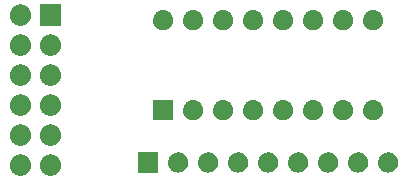
<source format=gbr>
G04 #@! TF.GenerationSoftware,KiCad,Pcbnew,5.99.0-unknown-r17121-d4cea0f2*
G04 #@! TF.CreationDate,2019-12-07T19:03:38-06:00*
G04 #@! TF.ProjectId,dip_switch_pmod,6469705f-7377-4697-9463-685f706d6f64,A*
G04 #@! TF.SameCoordinates,Original*
G04 #@! TF.FileFunction,Soldermask,Bot*
G04 #@! TF.FilePolarity,Negative*
%FSLAX46Y46*%
G04 Gerber Fmt 4.6, Leading zero omitted, Abs format (unit mm)*
G04 Created by KiCad (PCBNEW 5.99.0-unknown-r17121-d4cea0f2) date 2019-12-07 19:03:38*
%MOMM*%
%LPD*%
G04 APERTURE LIST*
G04 APERTURE END LIST*
G36*
X130844902Y-97104283D02*
G01*
X130889637Y-97104595D01*
X130933460Y-97113590D01*
X130983360Y-97118835D01*
X131025132Y-97132408D01*
X131062723Y-97140124D01*
X131109851Y-97159935D01*
X131163488Y-97177363D01*
X131196099Y-97196191D01*
X131225614Y-97208598D01*
X131273301Y-97240763D01*
X131327511Y-97272061D01*
X131350826Y-97293054D01*
X131372101Y-97307404D01*
X131417183Y-97352802D01*
X131468261Y-97398793D01*
X131483003Y-97419083D01*
X131496608Y-97432784D01*
X131535643Y-97491537D01*
X131579586Y-97552019D01*
X131587221Y-97569168D01*
X131594388Y-97579955D01*
X131623865Y-97651472D01*
X131656621Y-97725042D01*
X131659211Y-97737225D01*
X131661724Y-97743323D01*
X131678292Y-97826997D01*
X131695999Y-97910301D01*
X131695999Y-98099699D01*
X131693115Y-98113269D01*
X131693030Y-98119331D01*
X131674342Y-98201585D01*
X131656621Y-98284958D01*
X131654129Y-98290555D01*
X131654078Y-98290780D01*
X131582210Y-98452197D01*
X131582078Y-98452385D01*
X131579586Y-98457981D01*
X131529480Y-98526946D01*
X131480357Y-98596582D01*
X131475585Y-98601126D01*
X131468261Y-98611207D01*
X131408396Y-98665110D01*
X131352396Y-98718438D01*
X131341464Y-98725376D01*
X131327511Y-98737939D01*
X131262764Y-98775321D01*
X131203211Y-98813114D01*
X131185209Y-98820097D01*
X131163488Y-98832637D01*
X131098115Y-98853878D01*
X131038468Y-98877014D01*
X131013200Y-98881469D01*
X130983360Y-98891165D01*
X130921095Y-98897709D01*
X130864460Y-98907695D01*
X130832459Y-98907025D01*
X130795000Y-98910962D01*
X130738902Y-98905066D01*
X130687799Y-98903996D01*
X130650323Y-98895756D01*
X130606640Y-98891165D01*
X130558917Y-98875659D01*
X130515225Y-98866052D01*
X130474230Y-98848142D01*
X130426512Y-98832637D01*
X130388473Y-98810675D01*
X130353310Y-98795313D01*
X130311337Y-98766141D01*
X130262489Y-98737939D01*
X130234504Y-98712741D01*
X130208215Y-98694470D01*
X130168257Y-98653092D01*
X130121739Y-98611207D01*
X130103296Y-98585823D01*
X130085473Y-98567366D01*
X130050821Y-98513597D01*
X130010414Y-98457981D01*
X130000212Y-98435066D01*
X129989754Y-98418839D01*
X129963789Y-98353261D01*
X129933379Y-98284958D01*
X129929476Y-98266596D01*
X129924707Y-98254551D01*
X129910740Y-98178448D01*
X129894001Y-98099699D01*
X129894001Y-98087246D01*
X129892811Y-98080762D01*
X129894001Y-97995535D01*
X129894001Y-97910301D01*
X129895275Y-97904308D01*
X129895278Y-97904077D01*
X129932015Y-97731246D01*
X129932105Y-97731036D01*
X129933379Y-97725042D01*
X129968042Y-97647188D01*
X130001622Y-97568839D01*
X130005348Y-97563397D01*
X130010414Y-97552019D01*
X130057746Y-97486872D01*
X130101452Y-97423041D01*
X130110706Y-97413979D01*
X130121739Y-97398793D01*
X130177297Y-97348769D01*
X130227693Y-97299417D01*
X130243848Y-97288846D01*
X130262489Y-97272061D01*
X130322026Y-97237687D01*
X130375551Y-97202662D01*
X130399340Y-97193050D01*
X130426512Y-97177363D01*
X130486045Y-97158019D01*
X130539376Y-97136472D01*
X130570820Y-97130474D01*
X130606640Y-97118835D01*
X130662744Y-97112938D01*
X130712945Y-97103362D01*
X130751312Y-97103630D01*
X130795000Y-97099038D01*
X130844902Y-97104283D01*
G37*
G36*
X128304902Y-97104283D02*
G01*
X128349637Y-97104595D01*
X128393460Y-97113590D01*
X128443360Y-97118835D01*
X128485132Y-97132408D01*
X128522723Y-97140124D01*
X128569851Y-97159935D01*
X128623488Y-97177363D01*
X128656099Y-97196191D01*
X128685614Y-97208598D01*
X128733301Y-97240763D01*
X128787511Y-97272061D01*
X128810826Y-97293054D01*
X128832101Y-97307404D01*
X128877183Y-97352802D01*
X128928261Y-97398793D01*
X128943003Y-97419083D01*
X128956608Y-97432784D01*
X128995643Y-97491537D01*
X129039586Y-97552019D01*
X129047221Y-97569168D01*
X129054388Y-97579955D01*
X129083865Y-97651472D01*
X129116621Y-97725042D01*
X129119211Y-97737225D01*
X129121724Y-97743323D01*
X129138292Y-97826997D01*
X129155999Y-97910301D01*
X129155999Y-98099699D01*
X129153115Y-98113269D01*
X129153030Y-98119331D01*
X129134342Y-98201585D01*
X129116621Y-98284958D01*
X129114129Y-98290555D01*
X129114078Y-98290780D01*
X129042210Y-98452197D01*
X129042078Y-98452385D01*
X129039586Y-98457981D01*
X128989480Y-98526946D01*
X128940357Y-98596582D01*
X128935585Y-98601126D01*
X128928261Y-98611207D01*
X128868396Y-98665110D01*
X128812396Y-98718438D01*
X128801464Y-98725376D01*
X128787511Y-98737939D01*
X128722764Y-98775321D01*
X128663211Y-98813114D01*
X128645209Y-98820097D01*
X128623488Y-98832637D01*
X128558115Y-98853878D01*
X128498468Y-98877014D01*
X128473200Y-98881469D01*
X128443360Y-98891165D01*
X128381095Y-98897709D01*
X128324460Y-98907695D01*
X128292459Y-98907025D01*
X128255000Y-98910962D01*
X128198902Y-98905066D01*
X128147799Y-98903996D01*
X128110323Y-98895756D01*
X128066640Y-98891165D01*
X128018917Y-98875659D01*
X127975225Y-98866052D01*
X127934230Y-98848142D01*
X127886512Y-98832637D01*
X127848473Y-98810675D01*
X127813310Y-98795313D01*
X127771337Y-98766141D01*
X127722489Y-98737939D01*
X127694504Y-98712741D01*
X127668215Y-98694470D01*
X127628257Y-98653092D01*
X127581739Y-98611207D01*
X127563296Y-98585823D01*
X127545473Y-98567366D01*
X127510821Y-98513597D01*
X127470414Y-98457981D01*
X127460212Y-98435066D01*
X127449754Y-98418839D01*
X127423789Y-98353261D01*
X127393379Y-98284958D01*
X127389476Y-98266596D01*
X127384707Y-98254551D01*
X127370740Y-98178448D01*
X127354001Y-98099699D01*
X127354001Y-98087246D01*
X127352811Y-98080762D01*
X127354001Y-97995535D01*
X127354001Y-97910301D01*
X127355275Y-97904308D01*
X127355278Y-97904077D01*
X127392015Y-97731246D01*
X127392105Y-97731036D01*
X127393379Y-97725042D01*
X127428042Y-97647188D01*
X127461622Y-97568839D01*
X127465348Y-97563397D01*
X127470414Y-97552019D01*
X127517746Y-97486872D01*
X127561452Y-97423041D01*
X127570706Y-97413979D01*
X127581739Y-97398793D01*
X127637297Y-97348769D01*
X127687693Y-97299417D01*
X127703848Y-97288846D01*
X127722489Y-97272061D01*
X127782026Y-97237687D01*
X127835551Y-97202662D01*
X127859340Y-97193050D01*
X127886512Y-97177363D01*
X127946045Y-97158019D01*
X127999376Y-97136472D01*
X128030820Y-97130474D01*
X128066640Y-97118835D01*
X128122744Y-97112938D01*
X128172945Y-97103362D01*
X128211312Y-97103630D01*
X128255000Y-97099038D01*
X128304902Y-97104283D01*
G37*
G36*
X159387976Y-96937826D02*
G01*
X159429766Y-96935782D01*
X159474056Y-96942639D01*
X159524810Y-96945476D01*
X159565163Y-96956743D01*
X159600621Y-96962232D01*
X159648204Y-96979928D01*
X159702898Y-96995199D01*
X159734622Y-97012067D01*
X159762659Y-97022494D01*
X159810757Y-97052549D01*
X159866153Y-97082004D01*
X159888968Y-97101421D01*
X159909271Y-97114108D01*
X159954641Y-97157313D01*
X160006961Y-97201841D01*
X160021463Y-97220947D01*
X160034472Y-97233335D01*
X160073616Y-97289655D01*
X160118751Y-97349118D01*
X160126302Y-97365459D01*
X160133142Y-97375301D01*
X160162508Y-97443817D01*
X160196307Y-97516965D01*
X160198885Y-97528692D01*
X160201247Y-97534202D01*
X160217429Y-97613036D01*
X160236011Y-97697551D01*
X160235345Y-97888388D01*
X160216181Y-97972738D01*
X160199443Y-98051485D01*
X160197041Y-98056982D01*
X160194381Y-98068692D01*
X160160069Y-98141609D01*
X160130227Y-98209915D01*
X160123318Y-98219709D01*
X160115655Y-98235994D01*
X160070114Y-98295130D01*
X160030570Y-98351187D01*
X160017472Y-98363487D01*
X160002840Y-98382487D01*
X159950227Y-98426635D01*
X159904544Y-98469534D01*
X159884147Y-98482082D01*
X159861199Y-98501338D01*
X159805600Y-98530405D01*
X159757293Y-98560123D01*
X159729184Y-98570354D01*
X159697341Y-98587001D01*
X159642534Y-98601892D01*
X159594831Y-98619254D01*
X159559340Y-98624495D01*
X159518911Y-98635479D01*
X159468139Y-98637962D01*
X159423803Y-98644509D01*
X159382027Y-98642174D01*
X159334233Y-98644511D01*
X159289992Y-98637028D01*
X159251189Y-98634859D01*
X159204980Y-98622650D01*
X159151923Y-98613676D01*
X159115839Y-98599097D01*
X159084035Y-98590694D01*
X159035897Y-98566799D01*
X158980488Y-98544412D01*
X158953311Y-98525804D01*
X158929182Y-98513826D01*
X158882128Y-98477063D01*
X158827926Y-98439950D01*
X158809469Y-98420295D01*
X158792950Y-98407389D01*
X158750400Y-98357393D01*
X158701354Y-98305164D01*
X158690608Y-98287138D01*
X158680896Y-98275726D01*
X158646401Y-98212981D01*
X158606678Y-98146344D01*
X158601943Y-98132111D01*
X158597610Y-98124229D01*
X158574692Y-98050192D01*
X158548314Y-97970898D01*
X158547372Y-97961934D01*
X158546486Y-97959072D01*
X158538347Y-97876068D01*
X158528987Y-97787012D01*
X158538967Y-97698044D01*
X158547687Y-97615078D01*
X158548593Y-97612220D01*
X158549598Y-97603265D01*
X158576530Y-97524153D01*
X158599963Y-97450281D01*
X158604350Y-97442432D01*
X158609184Y-97428231D01*
X158649382Y-97361857D01*
X158684304Y-97299371D01*
X158694092Y-97288031D01*
X158704967Y-97270075D01*
X158754385Y-97218181D01*
X158797273Y-97168495D01*
X158813879Y-97155707D01*
X158832477Y-97136177D01*
X158886952Y-97099433D01*
X158934250Y-97063009D01*
X158958458Y-97051202D01*
X158985765Y-97032783D01*
X159041319Y-97010787D01*
X159089633Y-96987223D01*
X159121503Y-96979040D01*
X159157679Y-96964717D01*
X159210795Y-96956114D01*
X159257088Y-96944228D01*
X159295903Y-96942330D01*
X159340199Y-96935155D01*
X159387976Y-96937826D01*
G37*
G36*
X156847976Y-96937826D02*
G01*
X156889766Y-96935782D01*
X156934056Y-96942639D01*
X156984810Y-96945476D01*
X157025163Y-96956743D01*
X157060621Y-96962232D01*
X157108204Y-96979928D01*
X157162898Y-96995199D01*
X157194622Y-97012067D01*
X157222659Y-97022494D01*
X157270757Y-97052549D01*
X157326153Y-97082004D01*
X157348968Y-97101421D01*
X157369271Y-97114108D01*
X157414641Y-97157313D01*
X157466961Y-97201841D01*
X157481463Y-97220947D01*
X157494472Y-97233335D01*
X157533616Y-97289655D01*
X157578751Y-97349118D01*
X157586302Y-97365459D01*
X157593142Y-97375301D01*
X157622508Y-97443817D01*
X157656307Y-97516965D01*
X157658885Y-97528692D01*
X157661247Y-97534202D01*
X157677429Y-97613036D01*
X157696011Y-97697551D01*
X157695345Y-97888388D01*
X157676181Y-97972738D01*
X157659443Y-98051485D01*
X157657041Y-98056982D01*
X157654381Y-98068692D01*
X157620069Y-98141609D01*
X157590227Y-98209915D01*
X157583318Y-98219709D01*
X157575655Y-98235994D01*
X157530114Y-98295130D01*
X157490570Y-98351187D01*
X157477472Y-98363487D01*
X157462840Y-98382487D01*
X157410227Y-98426635D01*
X157364544Y-98469534D01*
X157344147Y-98482082D01*
X157321199Y-98501338D01*
X157265600Y-98530405D01*
X157217293Y-98560123D01*
X157189184Y-98570354D01*
X157157341Y-98587001D01*
X157102534Y-98601892D01*
X157054831Y-98619254D01*
X157019340Y-98624495D01*
X156978911Y-98635479D01*
X156928139Y-98637962D01*
X156883803Y-98644509D01*
X156842027Y-98642174D01*
X156794233Y-98644511D01*
X156749992Y-98637028D01*
X156711189Y-98634859D01*
X156664980Y-98622650D01*
X156611923Y-98613676D01*
X156575839Y-98599097D01*
X156544035Y-98590694D01*
X156495897Y-98566799D01*
X156440488Y-98544412D01*
X156413311Y-98525804D01*
X156389182Y-98513826D01*
X156342128Y-98477063D01*
X156287926Y-98439950D01*
X156269469Y-98420295D01*
X156252950Y-98407389D01*
X156210400Y-98357393D01*
X156161354Y-98305164D01*
X156150608Y-98287138D01*
X156140896Y-98275726D01*
X156106401Y-98212981D01*
X156066678Y-98146344D01*
X156061943Y-98132111D01*
X156057610Y-98124229D01*
X156034692Y-98050192D01*
X156008314Y-97970898D01*
X156007372Y-97961934D01*
X156006486Y-97959072D01*
X155998347Y-97876068D01*
X155988987Y-97787012D01*
X155998967Y-97698044D01*
X156007687Y-97615078D01*
X156008593Y-97612220D01*
X156009598Y-97603265D01*
X156036530Y-97524153D01*
X156059963Y-97450281D01*
X156064350Y-97442432D01*
X156069184Y-97428231D01*
X156109382Y-97361857D01*
X156144304Y-97299371D01*
X156154092Y-97288031D01*
X156164967Y-97270075D01*
X156214385Y-97218181D01*
X156257273Y-97168495D01*
X156273879Y-97155707D01*
X156292477Y-97136177D01*
X156346952Y-97099433D01*
X156394250Y-97063009D01*
X156418458Y-97051202D01*
X156445765Y-97032783D01*
X156501319Y-97010787D01*
X156549633Y-96987223D01*
X156581503Y-96979040D01*
X156617679Y-96964717D01*
X156670795Y-96956114D01*
X156717088Y-96944228D01*
X156755903Y-96942330D01*
X156800199Y-96935155D01*
X156847976Y-96937826D01*
G37*
G36*
X141607976Y-96937826D02*
G01*
X141649766Y-96935782D01*
X141694056Y-96942639D01*
X141744810Y-96945476D01*
X141785163Y-96956743D01*
X141820621Y-96962232D01*
X141868204Y-96979928D01*
X141922898Y-96995199D01*
X141954622Y-97012067D01*
X141982659Y-97022494D01*
X142030757Y-97052549D01*
X142086153Y-97082004D01*
X142108968Y-97101421D01*
X142129271Y-97114108D01*
X142174641Y-97157313D01*
X142226961Y-97201841D01*
X142241463Y-97220947D01*
X142254472Y-97233335D01*
X142293616Y-97289655D01*
X142338751Y-97349118D01*
X142346302Y-97365459D01*
X142353142Y-97375301D01*
X142382508Y-97443817D01*
X142416307Y-97516965D01*
X142418885Y-97528692D01*
X142421247Y-97534202D01*
X142437429Y-97613036D01*
X142456011Y-97697551D01*
X142455345Y-97888388D01*
X142436181Y-97972738D01*
X142419443Y-98051485D01*
X142417041Y-98056982D01*
X142414381Y-98068692D01*
X142380069Y-98141609D01*
X142350227Y-98209915D01*
X142343318Y-98219709D01*
X142335655Y-98235994D01*
X142290114Y-98295130D01*
X142250570Y-98351187D01*
X142237472Y-98363487D01*
X142222840Y-98382487D01*
X142170227Y-98426635D01*
X142124544Y-98469534D01*
X142104147Y-98482082D01*
X142081199Y-98501338D01*
X142025600Y-98530405D01*
X141977293Y-98560123D01*
X141949184Y-98570354D01*
X141917341Y-98587001D01*
X141862534Y-98601892D01*
X141814831Y-98619254D01*
X141779340Y-98624495D01*
X141738911Y-98635479D01*
X141688139Y-98637962D01*
X141643803Y-98644509D01*
X141602027Y-98642174D01*
X141554233Y-98644511D01*
X141509992Y-98637028D01*
X141471189Y-98634859D01*
X141424980Y-98622650D01*
X141371923Y-98613676D01*
X141335839Y-98599097D01*
X141304035Y-98590694D01*
X141255897Y-98566799D01*
X141200488Y-98544412D01*
X141173311Y-98525804D01*
X141149182Y-98513826D01*
X141102128Y-98477063D01*
X141047926Y-98439950D01*
X141029469Y-98420295D01*
X141012950Y-98407389D01*
X140970400Y-98357393D01*
X140921354Y-98305164D01*
X140910608Y-98287138D01*
X140900896Y-98275726D01*
X140866401Y-98212981D01*
X140826678Y-98146344D01*
X140821943Y-98132111D01*
X140817610Y-98124229D01*
X140794692Y-98050192D01*
X140768314Y-97970898D01*
X140767372Y-97961934D01*
X140766486Y-97959072D01*
X140758347Y-97876068D01*
X140748987Y-97787012D01*
X140758967Y-97698044D01*
X140767687Y-97615078D01*
X140768593Y-97612220D01*
X140769598Y-97603265D01*
X140796530Y-97524153D01*
X140819963Y-97450281D01*
X140824350Y-97442432D01*
X140829184Y-97428231D01*
X140869382Y-97361857D01*
X140904304Y-97299371D01*
X140914092Y-97288031D01*
X140924967Y-97270075D01*
X140974385Y-97218181D01*
X141017273Y-97168495D01*
X141033879Y-97155707D01*
X141052477Y-97136177D01*
X141106952Y-97099433D01*
X141154250Y-97063009D01*
X141178458Y-97051202D01*
X141205765Y-97032783D01*
X141261319Y-97010787D01*
X141309633Y-96987223D01*
X141341503Y-96979040D01*
X141377679Y-96964717D01*
X141430795Y-96956114D01*
X141477088Y-96944228D01*
X141515903Y-96942330D01*
X141560199Y-96935155D01*
X141607976Y-96937826D01*
G37*
G36*
X154307976Y-96937826D02*
G01*
X154349766Y-96935782D01*
X154394056Y-96942639D01*
X154444810Y-96945476D01*
X154485163Y-96956743D01*
X154520621Y-96962232D01*
X154568204Y-96979928D01*
X154622898Y-96995199D01*
X154654622Y-97012067D01*
X154682659Y-97022494D01*
X154730757Y-97052549D01*
X154786153Y-97082004D01*
X154808968Y-97101421D01*
X154829271Y-97114108D01*
X154874641Y-97157313D01*
X154926961Y-97201841D01*
X154941463Y-97220947D01*
X154954472Y-97233335D01*
X154993616Y-97289655D01*
X155038751Y-97349118D01*
X155046302Y-97365459D01*
X155053142Y-97375301D01*
X155082508Y-97443817D01*
X155116307Y-97516965D01*
X155118885Y-97528692D01*
X155121247Y-97534202D01*
X155137429Y-97613036D01*
X155156011Y-97697551D01*
X155155345Y-97888388D01*
X155136181Y-97972738D01*
X155119443Y-98051485D01*
X155117041Y-98056982D01*
X155114381Y-98068692D01*
X155080069Y-98141609D01*
X155050227Y-98209915D01*
X155043318Y-98219709D01*
X155035655Y-98235994D01*
X154990114Y-98295130D01*
X154950570Y-98351187D01*
X154937472Y-98363487D01*
X154922840Y-98382487D01*
X154870227Y-98426635D01*
X154824544Y-98469534D01*
X154804147Y-98482082D01*
X154781199Y-98501338D01*
X154725600Y-98530405D01*
X154677293Y-98560123D01*
X154649184Y-98570354D01*
X154617341Y-98587001D01*
X154562534Y-98601892D01*
X154514831Y-98619254D01*
X154479340Y-98624495D01*
X154438911Y-98635479D01*
X154388139Y-98637962D01*
X154343803Y-98644509D01*
X154302027Y-98642174D01*
X154254233Y-98644511D01*
X154209992Y-98637028D01*
X154171189Y-98634859D01*
X154124980Y-98622650D01*
X154071923Y-98613676D01*
X154035839Y-98599097D01*
X154004035Y-98590694D01*
X153955897Y-98566799D01*
X153900488Y-98544412D01*
X153873311Y-98525804D01*
X153849182Y-98513826D01*
X153802128Y-98477063D01*
X153747926Y-98439950D01*
X153729469Y-98420295D01*
X153712950Y-98407389D01*
X153670400Y-98357393D01*
X153621354Y-98305164D01*
X153610608Y-98287138D01*
X153600896Y-98275726D01*
X153566401Y-98212981D01*
X153526678Y-98146344D01*
X153521943Y-98132111D01*
X153517610Y-98124229D01*
X153494692Y-98050192D01*
X153468314Y-97970898D01*
X153467372Y-97961934D01*
X153466486Y-97959072D01*
X153458347Y-97876068D01*
X153448987Y-97787012D01*
X153458967Y-97698044D01*
X153467687Y-97615078D01*
X153468593Y-97612220D01*
X153469598Y-97603265D01*
X153496530Y-97524153D01*
X153519963Y-97450281D01*
X153524350Y-97442432D01*
X153529184Y-97428231D01*
X153569382Y-97361857D01*
X153604304Y-97299371D01*
X153614092Y-97288031D01*
X153624967Y-97270075D01*
X153674385Y-97218181D01*
X153717273Y-97168495D01*
X153733879Y-97155707D01*
X153752477Y-97136177D01*
X153806952Y-97099433D01*
X153854250Y-97063009D01*
X153878458Y-97051202D01*
X153905765Y-97032783D01*
X153961319Y-97010787D01*
X154009633Y-96987223D01*
X154041503Y-96979040D01*
X154077679Y-96964717D01*
X154130795Y-96956114D01*
X154177088Y-96944228D01*
X154215903Y-96942330D01*
X154260199Y-96935155D01*
X154307976Y-96937826D01*
G37*
G36*
X144147976Y-96937826D02*
G01*
X144189766Y-96935782D01*
X144234056Y-96942639D01*
X144284810Y-96945476D01*
X144325163Y-96956743D01*
X144360621Y-96962232D01*
X144408204Y-96979928D01*
X144462898Y-96995199D01*
X144494622Y-97012067D01*
X144522659Y-97022494D01*
X144570757Y-97052549D01*
X144626153Y-97082004D01*
X144648968Y-97101421D01*
X144669271Y-97114108D01*
X144714641Y-97157313D01*
X144766961Y-97201841D01*
X144781463Y-97220947D01*
X144794472Y-97233335D01*
X144833616Y-97289655D01*
X144878751Y-97349118D01*
X144886302Y-97365459D01*
X144893142Y-97375301D01*
X144922508Y-97443817D01*
X144956307Y-97516965D01*
X144958885Y-97528692D01*
X144961247Y-97534202D01*
X144977429Y-97613036D01*
X144996011Y-97697551D01*
X144995345Y-97888388D01*
X144976181Y-97972738D01*
X144959443Y-98051485D01*
X144957041Y-98056982D01*
X144954381Y-98068692D01*
X144920069Y-98141609D01*
X144890227Y-98209915D01*
X144883318Y-98219709D01*
X144875655Y-98235994D01*
X144830114Y-98295130D01*
X144790570Y-98351187D01*
X144777472Y-98363487D01*
X144762840Y-98382487D01*
X144710227Y-98426635D01*
X144664544Y-98469534D01*
X144644147Y-98482082D01*
X144621199Y-98501338D01*
X144565600Y-98530405D01*
X144517293Y-98560123D01*
X144489184Y-98570354D01*
X144457341Y-98587001D01*
X144402534Y-98601892D01*
X144354831Y-98619254D01*
X144319340Y-98624495D01*
X144278911Y-98635479D01*
X144228139Y-98637962D01*
X144183803Y-98644509D01*
X144142027Y-98642174D01*
X144094233Y-98644511D01*
X144049992Y-98637028D01*
X144011189Y-98634859D01*
X143964980Y-98622650D01*
X143911923Y-98613676D01*
X143875839Y-98599097D01*
X143844035Y-98590694D01*
X143795897Y-98566799D01*
X143740488Y-98544412D01*
X143713311Y-98525804D01*
X143689182Y-98513826D01*
X143642128Y-98477063D01*
X143587926Y-98439950D01*
X143569469Y-98420295D01*
X143552950Y-98407389D01*
X143510400Y-98357393D01*
X143461354Y-98305164D01*
X143450608Y-98287138D01*
X143440896Y-98275726D01*
X143406401Y-98212981D01*
X143366678Y-98146344D01*
X143361943Y-98132111D01*
X143357610Y-98124229D01*
X143334692Y-98050192D01*
X143308314Y-97970898D01*
X143307372Y-97961934D01*
X143306486Y-97959072D01*
X143298347Y-97876068D01*
X143288987Y-97787012D01*
X143298967Y-97698044D01*
X143307687Y-97615078D01*
X143308593Y-97612220D01*
X143309598Y-97603265D01*
X143336530Y-97524153D01*
X143359963Y-97450281D01*
X143364350Y-97442432D01*
X143369184Y-97428231D01*
X143409382Y-97361857D01*
X143444304Y-97299371D01*
X143454092Y-97288031D01*
X143464967Y-97270075D01*
X143514385Y-97218181D01*
X143557273Y-97168495D01*
X143573879Y-97155707D01*
X143592477Y-97136177D01*
X143646952Y-97099433D01*
X143694250Y-97063009D01*
X143718458Y-97051202D01*
X143745765Y-97032783D01*
X143801319Y-97010787D01*
X143849633Y-96987223D01*
X143881503Y-96979040D01*
X143917679Y-96964717D01*
X143970795Y-96956114D01*
X144017088Y-96944228D01*
X144055903Y-96942330D01*
X144100199Y-96935155D01*
X144147976Y-96937826D01*
G37*
G36*
X151767976Y-96937826D02*
G01*
X151809766Y-96935782D01*
X151854056Y-96942639D01*
X151904810Y-96945476D01*
X151945163Y-96956743D01*
X151980621Y-96962232D01*
X152028204Y-96979928D01*
X152082898Y-96995199D01*
X152114622Y-97012067D01*
X152142659Y-97022494D01*
X152190757Y-97052549D01*
X152246153Y-97082004D01*
X152268968Y-97101421D01*
X152289271Y-97114108D01*
X152334641Y-97157313D01*
X152386961Y-97201841D01*
X152401463Y-97220947D01*
X152414472Y-97233335D01*
X152453616Y-97289655D01*
X152498751Y-97349118D01*
X152506302Y-97365459D01*
X152513142Y-97375301D01*
X152542508Y-97443817D01*
X152576307Y-97516965D01*
X152578885Y-97528692D01*
X152581247Y-97534202D01*
X152597429Y-97613036D01*
X152616011Y-97697551D01*
X152615345Y-97888388D01*
X152596181Y-97972738D01*
X152579443Y-98051485D01*
X152577041Y-98056982D01*
X152574381Y-98068692D01*
X152540069Y-98141609D01*
X152510227Y-98209915D01*
X152503318Y-98219709D01*
X152495655Y-98235994D01*
X152450114Y-98295130D01*
X152410570Y-98351187D01*
X152397472Y-98363487D01*
X152382840Y-98382487D01*
X152330227Y-98426635D01*
X152284544Y-98469534D01*
X152264147Y-98482082D01*
X152241199Y-98501338D01*
X152185600Y-98530405D01*
X152137293Y-98560123D01*
X152109184Y-98570354D01*
X152077341Y-98587001D01*
X152022534Y-98601892D01*
X151974831Y-98619254D01*
X151939340Y-98624495D01*
X151898911Y-98635479D01*
X151848139Y-98637962D01*
X151803803Y-98644509D01*
X151762027Y-98642174D01*
X151714233Y-98644511D01*
X151669992Y-98637028D01*
X151631189Y-98634859D01*
X151584980Y-98622650D01*
X151531923Y-98613676D01*
X151495839Y-98599097D01*
X151464035Y-98590694D01*
X151415897Y-98566799D01*
X151360488Y-98544412D01*
X151333311Y-98525804D01*
X151309182Y-98513826D01*
X151262128Y-98477063D01*
X151207926Y-98439950D01*
X151189469Y-98420295D01*
X151172950Y-98407389D01*
X151130400Y-98357393D01*
X151081354Y-98305164D01*
X151070608Y-98287138D01*
X151060896Y-98275726D01*
X151026401Y-98212981D01*
X150986678Y-98146344D01*
X150981943Y-98132111D01*
X150977610Y-98124229D01*
X150954692Y-98050192D01*
X150928314Y-97970898D01*
X150927372Y-97961934D01*
X150926486Y-97959072D01*
X150918347Y-97876068D01*
X150908987Y-97787012D01*
X150918967Y-97698044D01*
X150927687Y-97615078D01*
X150928593Y-97612220D01*
X150929598Y-97603265D01*
X150956530Y-97524153D01*
X150979963Y-97450281D01*
X150984350Y-97442432D01*
X150989184Y-97428231D01*
X151029382Y-97361857D01*
X151064304Y-97299371D01*
X151074092Y-97288031D01*
X151084967Y-97270075D01*
X151134385Y-97218181D01*
X151177273Y-97168495D01*
X151193879Y-97155707D01*
X151212477Y-97136177D01*
X151266952Y-97099433D01*
X151314250Y-97063009D01*
X151338458Y-97051202D01*
X151365765Y-97032783D01*
X151421319Y-97010787D01*
X151469633Y-96987223D01*
X151501503Y-96979040D01*
X151537679Y-96964717D01*
X151590795Y-96956114D01*
X151637088Y-96944228D01*
X151675903Y-96942330D01*
X151720199Y-96935155D01*
X151767976Y-96937826D01*
G37*
G36*
X146687976Y-96937826D02*
G01*
X146729766Y-96935782D01*
X146774056Y-96942639D01*
X146824810Y-96945476D01*
X146865163Y-96956743D01*
X146900621Y-96962232D01*
X146948204Y-96979928D01*
X147002898Y-96995199D01*
X147034622Y-97012067D01*
X147062659Y-97022494D01*
X147110757Y-97052549D01*
X147166153Y-97082004D01*
X147188968Y-97101421D01*
X147209271Y-97114108D01*
X147254641Y-97157313D01*
X147306961Y-97201841D01*
X147321463Y-97220947D01*
X147334472Y-97233335D01*
X147373616Y-97289655D01*
X147418751Y-97349118D01*
X147426302Y-97365459D01*
X147433142Y-97375301D01*
X147462508Y-97443817D01*
X147496307Y-97516965D01*
X147498885Y-97528692D01*
X147501247Y-97534202D01*
X147517429Y-97613036D01*
X147536011Y-97697551D01*
X147535345Y-97888388D01*
X147516181Y-97972738D01*
X147499443Y-98051485D01*
X147497041Y-98056982D01*
X147494381Y-98068692D01*
X147460069Y-98141609D01*
X147430227Y-98209915D01*
X147423318Y-98219709D01*
X147415655Y-98235994D01*
X147370114Y-98295130D01*
X147330570Y-98351187D01*
X147317472Y-98363487D01*
X147302840Y-98382487D01*
X147250227Y-98426635D01*
X147204544Y-98469534D01*
X147184147Y-98482082D01*
X147161199Y-98501338D01*
X147105600Y-98530405D01*
X147057293Y-98560123D01*
X147029184Y-98570354D01*
X146997341Y-98587001D01*
X146942534Y-98601892D01*
X146894831Y-98619254D01*
X146859340Y-98624495D01*
X146818911Y-98635479D01*
X146768139Y-98637962D01*
X146723803Y-98644509D01*
X146682027Y-98642174D01*
X146634233Y-98644511D01*
X146589992Y-98637028D01*
X146551189Y-98634859D01*
X146504980Y-98622650D01*
X146451923Y-98613676D01*
X146415839Y-98599097D01*
X146384035Y-98590694D01*
X146335897Y-98566799D01*
X146280488Y-98544412D01*
X146253311Y-98525804D01*
X146229182Y-98513826D01*
X146182128Y-98477063D01*
X146127926Y-98439950D01*
X146109469Y-98420295D01*
X146092950Y-98407389D01*
X146050400Y-98357393D01*
X146001354Y-98305164D01*
X145990608Y-98287138D01*
X145980896Y-98275726D01*
X145946401Y-98212981D01*
X145906678Y-98146344D01*
X145901943Y-98132111D01*
X145897610Y-98124229D01*
X145874692Y-98050192D01*
X145848314Y-97970898D01*
X145847372Y-97961934D01*
X145846486Y-97959072D01*
X145838347Y-97876068D01*
X145828987Y-97787012D01*
X145838967Y-97698044D01*
X145847687Y-97615078D01*
X145848593Y-97612220D01*
X145849598Y-97603265D01*
X145876530Y-97524153D01*
X145899963Y-97450281D01*
X145904350Y-97442432D01*
X145909184Y-97428231D01*
X145949382Y-97361857D01*
X145984304Y-97299371D01*
X145994092Y-97288031D01*
X146004967Y-97270075D01*
X146054385Y-97218181D01*
X146097273Y-97168495D01*
X146113879Y-97155707D01*
X146132477Y-97136177D01*
X146186952Y-97099433D01*
X146234250Y-97063009D01*
X146258458Y-97051202D01*
X146285765Y-97032783D01*
X146341319Y-97010787D01*
X146389633Y-96987223D01*
X146421503Y-96979040D01*
X146457679Y-96964717D01*
X146510795Y-96956114D01*
X146557088Y-96944228D01*
X146595903Y-96942330D01*
X146640199Y-96935155D01*
X146687976Y-96937826D01*
G37*
G36*
X149227976Y-96937826D02*
G01*
X149269766Y-96935782D01*
X149314056Y-96942639D01*
X149364810Y-96945476D01*
X149405163Y-96956743D01*
X149440621Y-96962232D01*
X149488204Y-96979928D01*
X149542898Y-96995199D01*
X149574622Y-97012067D01*
X149602659Y-97022494D01*
X149650757Y-97052549D01*
X149706153Y-97082004D01*
X149728968Y-97101421D01*
X149749271Y-97114108D01*
X149794641Y-97157313D01*
X149846961Y-97201841D01*
X149861463Y-97220947D01*
X149874472Y-97233335D01*
X149913616Y-97289655D01*
X149958751Y-97349118D01*
X149966302Y-97365459D01*
X149973142Y-97375301D01*
X150002508Y-97443817D01*
X150036307Y-97516965D01*
X150038885Y-97528692D01*
X150041247Y-97534202D01*
X150057429Y-97613036D01*
X150076011Y-97697551D01*
X150075345Y-97888388D01*
X150056181Y-97972738D01*
X150039443Y-98051485D01*
X150037041Y-98056982D01*
X150034381Y-98068692D01*
X150000069Y-98141609D01*
X149970227Y-98209915D01*
X149963318Y-98219709D01*
X149955655Y-98235994D01*
X149910114Y-98295130D01*
X149870570Y-98351187D01*
X149857472Y-98363487D01*
X149842840Y-98382487D01*
X149790227Y-98426635D01*
X149744544Y-98469534D01*
X149724147Y-98482082D01*
X149701199Y-98501338D01*
X149645600Y-98530405D01*
X149597293Y-98560123D01*
X149569184Y-98570354D01*
X149537341Y-98587001D01*
X149482534Y-98601892D01*
X149434831Y-98619254D01*
X149399340Y-98624495D01*
X149358911Y-98635479D01*
X149308139Y-98637962D01*
X149263803Y-98644509D01*
X149222027Y-98642174D01*
X149174233Y-98644511D01*
X149129992Y-98637028D01*
X149091189Y-98634859D01*
X149044980Y-98622650D01*
X148991923Y-98613676D01*
X148955839Y-98599097D01*
X148924035Y-98590694D01*
X148875897Y-98566799D01*
X148820488Y-98544412D01*
X148793311Y-98525804D01*
X148769182Y-98513826D01*
X148722128Y-98477063D01*
X148667926Y-98439950D01*
X148649469Y-98420295D01*
X148632950Y-98407389D01*
X148590400Y-98357393D01*
X148541354Y-98305164D01*
X148530608Y-98287138D01*
X148520896Y-98275726D01*
X148486401Y-98212981D01*
X148446678Y-98146344D01*
X148441943Y-98132111D01*
X148437610Y-98124229D01*
X148414692Y-98050192D01*
X148388314Y-97970898D01*
X148387372Y-97961934D01*
X148386486Y-97959072D01*
X148378347Y-97876068D01*
X148368987Y-97787012D01*
X148378967Y-97698044D01*
X148387687Y-97615078D01*
X148388593Y-97612220D01*
X148389598Y-97603265D01*
X148416530Y-97524153D01*
X148439963Y-97450281D01*
X148444350Y-97442432D01*
X148449184Y-97428231D01*
X148489382Y-97361857D01*
X148524304Y-97299371D01*
X148534092Y-97288031D01*
X148544967Y-97270075D01*
X148594385Y-97218181D01*
X148637273Y-97168495D01*
X148653879Y-97155707D01*
X148672477Y-97136177D01*
X148726952Y-97099433D01*
X148774250Y-97063009D01*
X148798458Y-97051202D01*
X148825765Y-97032783D01*
X148881319Y-97010787D01*
X148929633Y-96987223D01*
X148961503Y-96979040D01*
X148997679Y-96964717D01*
X149050795Y-96956114D01*
X149097088Y-96944228D01*
X149135903Y-96942330D01*
X149180199Y-96935155D01*
X149227976Y-96937826D01*
G37*
G36*
X139884899Y-96941959D02*
G01*
X139901769Y-96953231D01*
X139913041Y-96970101D01*
X139919448Y-97002312D01*
X139919448Y-98577688D01*
X139916999Y-98590000D01*
X139913041Y-98609899D01*
X139901769Y-98626769D01*
X139884899Y-98638041D01*
X139865000Y-98641999D01*
X139852688Y-98644448D01*
X138277312Y-98644448D01*
X138245101Y-98638041D01*
X138228231Y-98626769D01*
X138216959Y-98609899D01*
X138210552Y-98577688D01*
X138210552Y-97002312D01*
X138216959Y-96970101D01*
X138228231Y-96953231D01*
X138245101Y-96941959D01*
X138277312Y-96935552D01*
X139852688Y-96935552D01*
X139884899Y-96941959D01*
G37*
G36*
X128304902Y-94564283D02*
G01*
X128349637Y-94564595D01*
X128393460Y-94573590D01*
X128443360Y-94578835D01*
X128485132Y-94592408D01*
X128522723Y-94600124D01*
X128569851Y-94619935D01*
X128623488Y-94637363D01*
X128656099Y-94656191D01*
X128685614Y-94668598D01*
X128733301Y-94700763D01*
X128787511Y-94732061D01*
X128810826Y-94753054D01*
X128832101Y-94767404D01*
X128877183Y-94812802D01*
X128928261Y-94858793D01*
X128943003Y-94879083D01*
X128956608Y-94892784D01*
X128995643Y-94951537D01*
X129039586Y-95012019D01*
X129047221Y-95029168D01*
X129054388Y-95039955D01*
X129083865Y-95111472D01*
X129116621Y-95185042D01*
X129119211Y-95197225D01*
X129121724Y-95203323D01*
X129138292Y-95286997D01*
X129155999Y-95370301D01*
X129155999Y-95559699D01*
X129153115Y-95573269D01*
X129153030Y-95579331D01*
X129134342Y-95661585D01*
X129116621Y-95744958D01*
X129114129Y-95750555D01*
X129114078Y-95750780D01*
X129042210Y-95912197D01*
X129042078Y-95912385D01*
X129039586Y-95917981D01*
X128989480Y-95986946D01*
X128940357Y-96056582D01*
X128935585Y-96061126D01*
X128928261Y-96071207D01*
X128868396Y-96125110D01*
X128812396Y-96178438D01*
X128801464Y-96185376D01*
X128787511Y-96197939D01*
X128722764Y-96235321D01*
X128663211Y-96273114D01*
X128645209Y-96280097D01*
X128623488Y-96292637D01*
X128558115Y-96313878D01*
X128498468Y-96337014D01*
X128473200Y-96341469D01*
X128443360Y-96351165D01*
X128381095Y-96357709D01*
X128324460Y-96367695D01*
X128292459Y-96367025D01*
X128255000Y-96370962D01*
X128198902Y-96365066D01*
X128147799Y-96363996D01*
X128110323Y-96355756D01*
X128066640Y-96351165D01*
X128018917Y-96335659D01*
X127975225Y-96326052D01*
X127934230Y-96308142D01*
X127886512Y-96292637D01*
X127848473Y-96270675D01*
X127813310Y-96255313D01*
X127771337Y-96226141D01*
X127722489Y-96197939D01*
X127694504Y-96172741D01*
X127668215Y-96154470D01*
X127628257Y-96113092D01*
X127581739Y-96071207D01*
X127563296Y-96045823D01*
X127545473Y-96027366D01*
X127510821Y-95973597D01*
X127470414Y-95917981D01*
X127460212Y-95895066D01*
X127449754Y-95878839D01*
X127423789Y-95813261D01*
X127393379Y-95744958D01*
X127389476Y-95726596D01*
X127384707Y-95714551D01*
X127370740Y-95638448D01*
X127354001Y-95559699D01*
X127354001Y-95547246D01*
X127352811Y-95540762D01*
X127354001Y-95455535D01*
X127354001Y-95370301D01*
X127355275Y-95364308D01*
X127355278Y-95364077D01*
X127392015Y-95191246D01*
X127392105Y-95191036D01*
X127393379Y-95185042D01*
X127428042Y-95107188D01*
X127461622Y-95028839D01*
X127465348Y-95023397D01*
X127470414Y-95012019D01*
X127517746Y-94946872D01*
X127561452Y-94883041D01*
X127570706Y-94873979D01*
X127581739Y-94858793D01*
X127637297Y-94808769D01*
X127687693Y-94759417D01*
X127703848Y-94748846D01*
X127722489Y-94732061D01*
X127782026Y-94697687D01*
X127835551Y-94662662D01*
X127859340Y-94653050D01*
X127886512Y-94637363D01*
X127946045Y-94618019D01*
X127999376Y-94596472D01*
X128030820Y-94590474D01*
X128066640Y-94578835D01*
X128122744Y-94572938D01*
X128172945Y-94563362D01*
X128211312Y-94563630D01*
X128255000Y-94559038D01*
X128304902Y-94564283D01*
G37*
G36*
X130844902Y-94564283D02*
G01*
X130889637Y-94564595D01*
X130933460Y-94573590D01*
X130983360Y-94578835D01*
X131025132Y-94592408D01*
X131062723Y-94600124D01*
X131109851Y-94619935D01*
X131163488Y-94637363D01*
X131196099Y-94656191D01*
X131225614Y-94668598D01*
X131273301Y-94700763D01*
X131327511Y-94732061D01*
X131350826Y-94753054D01*
X131372101Y-94767404D01*
X131417183Y-94812802D01*
X131468261Y-94858793D01*
X131483003Y-94879083D01*
X131496608Y-94892784D01*
X131535643Y-94951537D01*
X131579586Y-95012019D01*
X131587221Y-95029168D01*
X131594388Y-95039955D01*
X131623865Y-95111472D01*
X131656621Y-95185042D01*
X131659211Y-95197225D01*
X131661724Y-95203323D01*
X131678292Y-95286997D01*
X131695999Y-95370301D01*
X131695999Y-95559699D01*
X131693115Y-95573269D01*
X131693030Y-95579331D01*
X131674342Y-95661585D01*
X131656621Y-95744958D01*
X131654129Y-95750555D01*
X131654078Y-95750780D01*
X131582210Y-95912197D01*
X131582078Y-95912385D01*
X131579586Y-95917981D01*
X131529480Y-95986946D01*
X131480357Y-96056582D01*
X131475585Y-96061126D01*
X131468261Y-96071207D01*
X131408396Y-96125110D01*
X131352396Y-96178438D01*
X131341464Y-96185376D01*
X131327511Y-96197939D01*
X131262764Y-96235321D01*
X131203211Y-96273114D01*
X131185209Y-96280097D01*
X131163488Y-96292637D01*
X131098115Y-96313878D01*
X131038468Y-96337014D01*
X131013200Y-96341469D01*
X130983360Y-96351165D01*
X130921095Y-96357709D01*
X130864460Y-96367695D01*
X130832459Y-96367025D01*
X130795000Y-96370962D01*
X130738902Y-96365066D01*
X130687799Y-96363996D01*
X130650323Y-96355756D01*
X130606640Y-96351165D01*
X130558917Y-96335659D01*
X130515225Y-96326052D01*
X130474230Y-96308142D01*
X130426512Y-96292637D01*
X130388473Y-96270675D01*
X130353310Y-96255313D01*
X130311337Y-96226141D01*
X130262489Y-96197939D01*
X130234504Y-96172741D01*
X130208215Y-96154470D01*
X130168257Y-96113092D01*
X130121739Y-96071207D01*
X130103296Y-96045823D01*
X130085473Y-96027366D01*
X130050821Y-95973597D01*
X130010414Y-95917981D01*
X130000212Y-95895066D01*
X129989754Y-95878839D01*
X129963789Y-95813261D01*
X129933379Y-95744958D01*
X129929476Y-95726596D01*
X129924707Y-95714551D01*
X129910740Y-95638448D01*
X129894001Y-95559699D01*
X129894001Y-95547246D01*
X129892811Y-95540762D01*
X129894001Y-95455535D01*
X129894001Y-95370301D01*
X129895275Y-95364308D01*
X129895278Y-95364077D01*
X129932015Y-95191246D01*
X129932105Y-95191036D01*
X129933379Y-95185042D01*
X129968042Y-95107188D01*
X130001622Y-95028839D01*
X130005348Y-95023397D01*
X130010414Y-95012019D01*
X130057746Y-94946872D01*
X130101452Y-94883041D01*
X130110706Y-94873979D01*
X130121739Y-94858793D01*
X130177297Y-94808769D01*
X130227693Y-94759417D01*
X130243848Y-94748846D01*
X130262489Y-94732061D01*
X130322026Y-94697687D01*
X130375551Y-94662662D01*
X130399340Y-94653050D01*
X130426512Y-94637363D01*
X130486045Y-94618019D01*
X130539376Y-94596472D01*
X130570820Y-94590474D01*
X130606640Y-94578835D01*
X130662744Y-94572938D01*
X130712945Y-94563362D01*
X130751312Y-94563630D01*
X130795000Y-94559038D01*
X130844902Y-94564283D01*
G37*
G36*
X150497976Y-92492826D02*
G01*
X150539766Y-92490782D01*
X150584056Y-92497639D01*
X150634810Y-92500476D01*
X150675163Y-92511743D01*
X150710621Y-92517232D01*
X150758204Y-92534928D01*
X150812898Y-92550199D01*
X150844622Y-92567067D01*
X150872659Y-92577494D01*
X150920757Y-92607549D01*
X150976153Y-92637004D01*
X150998968Y-92656421D01*
X151019271Y-92669108D01*
X151064641Y-92712313D01*
X151116961Y-92756841D01*
X151131463Y-92775947D01*
X151144472Y-92788335D01*
X151183616Y-92844655D01*
X151228751Y-92904118D01*
X151236302Y-92920459D01*
X151243142Y-92930301D01*
X151272508Y-92998817D01*
X151306307Y-93071965D01*
X151308885Y-93083692D01*
X151311247Y-93089202D01*
X151327429Y-93168036D01*
X151346011Y-93252551D01*
X151345345Y-93443388D01*
X151326181Y-93527738D01*
X151309443Y-93606485D01*
X151307041Y-93611982D01*
X151304381Y-93623692D01*
X151270069Y-93696609D01*
X151240227Y-93764915D01*
X151233318Y-93774709D01*
X151225655Y-93790994D01*
X151180114Y-93850130D01*
X151140570Y-93906187D01*
X151127472Y-93918487D01*
X151112840Y-93937487D01*
X151060227Y-93981635D01*
X151014544Y-94024534D01*
X150994147Y-94037082D01*
X150971199Y-94056338D01*
X150915600Y-94085405D01*
X150867293Y-94115123D01*
X150839184Y-94125354D01*
X150807341Y-94142001D01*
X150752534Y-94156892D01*
X150704831Y-94174254D01*
X150669340Y-94179495D01*
X150628911Y-94190479D01*
X150578139Y-94192962D01*
X150533803Y-94199509D01*
X150492027Y-94197174D01*
X150444233Y-94199511D01*
X150399992Y-94192028D01*
X150361189Y-94189859D01*
X150314980Y-94177650D01*
X150261923Y-94168676D01*
X150225839Y-94154097D01*
X150194035Y-94145694D01*
X150145897Y-94121799D01*
X150090488Y-94099412D01*
X150063311Y-94080804D01*
X150039182Y-94068826D01*
X149992128Y-94032063D01*
X149937926Y-93994950D01*
X149919469Y-93975295D01*
X149902950Y-93962389D01*
X149860400Y-93912393D01*
X149811354Y-93860164D01*
X149800608Y-93842138D01*
X149790896Y-93830726D01*
X149756401Y-93767981D01*
X149716678Y-93701344D01*
X149711943Y-93687111D01*
X149707610Y-93679229D01*
X149684692Y-93605192D01*
X149658314Y-93525898D01*
X149657372Y-93516934D01*
X149656486Y-93514072D01*
X149648347Y-93431068D01*
X149638987Y-93342012D01*
X149648967Y-93253044D01*
X149657687Y-93170078D01*
X149658593Y-93167220D01*
X149659598Y-93158265D01*
X149686530Y-93079153D01*
X149709963Y-93005281D01*
X149714350Y-92997432D01*
X149719184Y-92983231D01*
X149759382Y-92916857D01*
X149794304Y-92854371D01*
X149804092Y-92843031D01*
X149814967Y-92825075D01*
X149864385Y-92773181D01*
X149907273Y-92723495D01*
X149923879Y-92710707D01*
X149942477Y-92691177D01*
X149996952Y-92654433D01*
X150044250Y-92618009D01*
X150068458Y-92606202D01*
X150095765Y-92587783D01*
X150151319Y-92565787D01*
X150199633Y-92542223D01*
X150231503Y-92534040D01*
X150267679Y-92519717D01*
X150320795Y-92511114D01*
X150367088Y-92499228D01*
X150405903Y-92497330D01*
X150450199Y-92490155D01*
X150497976Y-92492826D01*
G37*
G36*
X142877976Y-92492826D02*
G01*
X142919766Y-92490782D01*
X142964056Y-92497639D01*
X143014810Y-92500476D01*
X143055163Y-92511743D01*
X143090621Y-92517232D01*
X143138204Y-92534928D01*
X143192898Y-92550199D01*
X143224622Y-92567067D01*
X143252659Y-92577494D01*
X143300757Y-92607549D01*
X143356153Y-92637004D01*
X143378968Y-92656421D01*
X143399271Y-92669108D01*
X143444641Y-92712313D01*
X143496961Y-92756841D01*
X143511463Y-92775947D01*
X143524472Y-92788335D01*
X143563616Y-92844655D01*
X143608751Y-92904118D01*
X143616302Y-92920459D01*
X143623142Y-92930301D01*
X143652508Y-92998817D01*
X143686307Y-93071965D01*
X143688885Y-93083692D01*
X143691247Y-93089202D01*
X143707429Y-93168036D01*
X143726011Y-93252551D01*
X143725345Y-93443388D01*
X143706181Y-93527738D01*
X143689443Y-93606485D01*
X143687041Y-93611982D01*
X143684381Y-93623692D01*
X143650069Y-93696609D01*
X143620227Y-93764915D01*
X143613318Y-93774709D01*
X143605655Y-93790994D01*
X143560114Y-93850130D01*
X143520570Y-93906187D01*
X143507472Y-93918487D01*
X143492840Y-93937487D01*
X143440227Y-93981635D01*
X143394544Y-94024534D01*
X143374147Y-94037082D01*
X143351199Y-94056338D01*
X143295600Y-94085405D01*
X143247293Y-94115123D01*
X143219184Y-94125354D01*
X143187341Y-94142001D01*
X143132534Y-94156892D01*
X143084831Y-94174254D01*
X143049340Y-94179495D01*
X143008911Y-94190479D01*
X142958139Y-94192962D01*
X142913803Y-94199509D01*
X142872027Y-94197174D01*
X142824233Y-94199511D01*
X142779992Y-94192028D01*
X142741189Y-94189859D01*
X142694980Y-94177650D01*
X142641923Y-94168676D01*
X142605839Y-94154097D01*
X142574035Y-94145694D01*
X142525897Y-94121799D01*
X142470488Y-94099412D01*
X142443311Y-94080804D01*
X142419182Y-94068826D01*
X142372128Y-94032063D01*
X142317926Y-93994950D01*
X142299469Y-93975295D01*
X142282950Y-93962389D01*
X142240400Y-93912393D01*
X142191354Y-93860164D01*
X142180608Y-93842138D01*
X142170896Y-93830726D01*
X142136401Y-93767981D01*
X142096678Y-93701344D01*
X142091943Y-93687111D01*
X142087610Y-93679229D01*
X142064692Y-93605192D01*
X142038314Y-93525898D01*
X142037372Y-93516934D01*
X142036486Y-93514072D01*
X142028347Y-93431068D01*
X142018987Y-93342012D01*
X142028967Y-93253044D01*
X142037687Y-93170078D01*
X142038593Y-93167220D01*
X142039598Y-93158265D01*
X142066530Y-93079153D01*
X142089963Y-93005281D01*
X142094350Y-92997432D01*
X142099184Y-92983231D01*
X142139382Y-92916857D01*
X142174304Y-92854371D01*
X142184092Y-92843031D01*
X142194967Y-92825075D01*
X142244385Y-92773181D01*
X142287273Y-92723495D01*
X142303879Y-92710707D01*
X142322477Y-92691177D01*
X142376952Y-92654433D01*
X142424250Y-92618009D01*
X142448458Y-92606202D01*
X142475765Y-92587783D01*
X142531319Y-92565787D01*
X142579633Y-92542223D01*
X142611503Y-92534040D01*
X142647679Y-92519717D01*
X142700795Y-92511114D01*
X142747088Y-92499228D01*
X142785903Y-92497330D01*
X142830199Y-92490155D01*
X142877976Y-92492826D01*
G37*
G36*
X153037976Y-92492826D02*
G01*
X153079766Y-92490782D01*
X153124056Y-92497639D01*
X153174810Y-92500476D01*
X153215163Y-92511743D01*
X153250621Y-92517232D01*
X153298204Y-92534928D01*
X153352898Y-92550199D01*
X153384622Y-92567067D01*
X153412659Y-92577494D01*
X153460757Y-92607549D01*
X153516153Y-92637004D01*
X153538968Y-92656421D01*
X153559271Y-92669108D01*
X153604641Y-92712313D01*
X153656961Y-92756841D01*
X153671463Y-92775947D01*
X153684472Y-92788335D01*
X153723616Y-92844655D01*
X153768751Y-92904118D01*
X153776302Y-92920459D01*
X153783142Y-92930301D01*
X153812508Y-92998817D01*
X153846307Y-93071965D01*
X153848885Y-93083692D01*
X153851247Y-93089202D01*
X153867429Y-93168036D01*
X153886011Y-93252551D01*
X153885345Y-93443388D01*
X153866181Y-93527738D01*
X153849443Y-93606485D01*
X153847041Y-93611982D01*
X153844381Y-93623692D01*
X153810069Y-93696609D01*
X153780227Y-93764915D01*
X153773318Y-93774709D01*
X153765655Y-93790994D01*
X153720114Y-93850130D01*
X153680570Y-93906187D01*
X153667472Y-93918487D01*
X153652840Y-93937487D01*
X153600227Y-93981635D01*
X153554544Y-94024534D01*
X153534147Y-94037082D01*
X153511199Y-94056338D01*
X153455600Y-94085405D01*
X153407293Y-94115123D01*
X153379184Y-94125354D01*
X153347341Y-94142001D01*
X153292534Y-94156892D01*
X153244831Y-94174254D01*
X153209340Y-94179495D01*
X153168911Y-94190479D01*
X153118139Y-94192962D01*
X153073803Y-94199509D01*
X153032027Y-94197174D01*
X152984233Y-94199511D01*
X152939992Y-94192028D01*
X152901189Y-94189859D01*
X152854980Y-94177650D01*
X152801923Y-94168676D01*
X152765839Y-94154097D01*
X152734035Y-94145694D01*
X152685897Y-94121799D01*
X152630488Y-94099412D01*
X152603311Y-94080804D01*
X152579182Y-94068826D01*
X152532128Y-94032063D01*
X152477926Y-93994950D01*
X152459469Y-93975295D01*
X152442950Y-93962389D01*
X152400400Y-93912393D01*
X152351354Y-93860164D01*
X152340608Y-93842138D01*
X152330896Y-93830726D01*
X152296401Y-93767981D01*
X152256678Y-93701344D01*
X152251943Y-93687111D01*
X152247610Y-93679229D01*
X152224692Y-93605192D01*
X152198314Y-93525898D01*
X152197372Y-93516934D01*
X152196486Y-93514072D01*
X152188347Y-93431068D01*
X152178987Y-93342012D01*
X152188967Y-93253044D01*
X152197687Y-93170078D01*
X152198593Y-93167220D01*
X152199598Y-93158265D01*
X152226530Y-93079153D01*
X152249963Y-93005281D01*
X152254350Y-92997432D01*
X152259184Y-92983231D01*
X152299382Y-92916857D01*
X152334304Y-92854371D01*
X152344092Y-92843031D01*
X152354967Y-92825075D01*
X152404385Y-92773181D01*
X152447273Y-92723495D01*
X152463879Y-92710707D01*
X152482477Y-92691177D01*
X152536952Y-92654433D01*
X152584250Y-92618009D01*
X152608458Y-92606202D01*
X152635765Y-92587783D01*
X152691319Y-92565787D01*
X152739633Y-92542223D01*
X152771503Y-92534040D01*
X152807679Y-92519717D01*
X152860795Y-92511114D01*
X152907088Y-92499228D01*
X152945903Y-92497330D01*
X152990199Y-92490155D01*
X153037976Y-92492826D01*
G37*
G36*
X158117976Y-92492826D02*
G01*
X158159766Y-92490782D01*
X158204056Y-92497639D01*
X158254810Y-92500476D01*
X158295163Y-92511743D01*
X158330621Y-92517232D01*
X158378204Y-92534928D01*
X158432898Y-92550199D01*
X158464622Y-92567067D01*
X158492659Y-92577494D01*
X158540757Y-92607549D01*
X158596153Y-92637004D01*
X158618968Y-92656421D01*
X158639271Y-92669108D01*
X158684641Y-92712313D01*
X158736961Y-92756841D01*
X158751463Y-92775947D01*
X158764472Y-92788335D01*
X158803616Y-92844655D01*
X158848751Y-92904118D01*
X158856302Y-92920459D01*
X158863142Y-92930301D01*
X158892508Y-92998817D01*
X158926307Y-93071965D01*
X158928885Y-93083692D01*
X158931247Y-93089202D01*
X158947429Y-93168036D01*
X158966011Y-93252551D01*
X158965345Y-93443388D01*
X158946181Y-93527738D01*
X158929443Y-93606485D01*
X158927041Y-93611982D01*
X158924381Y-93623692D01*
X158890069Y-93696609D01*
X158860227Y-93764915D01*
X158853318Y-93774709D01*
X158845655Y-93790994D01*
X158800114Y-93850130D01*
X158760570Y-93906187D01*
X158747472Y-93918487D01*
X158732840Y-93937487D01*
X158680227Y-93981635D01*
X158634544Y-94024534D01*
X158614147Y-94037082D01*
X158591199Y-94056338D01*
X158535600Y-94085405D01*
X158487293Y-94115123D01*
X158459184Y-94125354D01*
X158427341Y-94142001D01*
X158372534Y-94156892D01*
X158324831Y-94174254D01*
X158289340Y-94179495D01*
X158248911Y-94190479D01*
X158198139Y-94192962D01*
X158153803Y-94199509D01*
X158112027Y-94197174D01*
X158064233Y-94199511D01*
X158019992Y-94192028D01*
X157981189Y-94189859D01*
X157934980Y-94177650D01*
X157881923Y-94168676D01*
X157845839Y-94154097D01*
X157814035Y-94145694D01*
X157765897Y-94121799D01*
X157710488Y-94099412D01*
X157683311Y-94080804D01*
X157659182Y-94068826D01*
X157612128Y-94032063D01*
X157557926Y-93994950D01*
X157539469Y-93975295D01*
X157522950Y-93962389D01*
X157480400Y-93912393D01*
X157431354Y-93860164D01*
X157420608Y-93842138D01*
X157410896Y-93830726D01*
X157376401Y-93767981D01*
X157336678Y-93701344D01*
X157331943Y-93687111D01*
X157327610Y-93679229D01*
X157304692Y-93605192D01*
X157278314Y-93525898D01*
X157277372Y-93516934D01*
X157276486Y-93514072D01*
X157268347Y-93431068D01*
X157258987Y-93342012D01*
X157268967Y-93253044D01*
X157277687Y-93170078D01*
X157278593Y-93167220D01*
X157279598Y-93158265D01*
X157306530Y-93079153D01*
X157329963Y-93005281D01*
X157334350Y-92997432D01*
X157339184Y-92983231D01*
X157379382Y-92916857D01*
X157414304Y-92854371D01*
X157424092Y-92843031D01*
X157434967Y-92825075D01*
X157484385Y-92773181D01*
X157527273Y-92723495D01*
X157543879Y-92710707D01*
X157562477Y-92691177D01*
X157616952Y-92654433D01*
X157664250Y-92618009D01*
X157688458Y-92606202D01*
X157715765Y-92587783D01*
X157771319Y-92565787D01*
X157819633Y-92542223D01*
X157851503Y-92534040D01*
X157887679Y-92519717D01*
X157940795Y-92511114D01*
X157987088Y-92499228D01*
X158025903Y-92497330D01*
X158070199Y-92490155D01*
X158117976Y-92492826D01*
G37*
G36*
X145417976Y-92492826D02*
G01*
X145459766Y-92490782D01*
X145504056Y-92497639D01*
X145554810Y-92500476D01*
X145595163Y-92511743D01*
X145630621Y-92517232D01*
X145678204Y-92534928D01*
X145732898Y-92550199D01*
X145764622Y-92567067D01*
X145792659Y-92577494D01*
X145840757Y-92607549D01*
X145896153Y-92637004D01*
X145918968Y-92656421D01*
X145939271Y-92669108D01*
X145984641Y-92712313D01*
X146036961Y-92756841D01*
X146051463Y-92775947D01*
X146064472Y-92788335D01*
X146103616Y-92844655D01*
X146148751Y-92904118D01*
X146156302Y-92920459D01*
X146163142Y-92930301D01*
X146192508Y-92998817D01*
X146226307Y-93071965D01*
X146228885Y-93083692D01*
X146231247Y-93089202D01*
X146247429Y-93168036D01*
X146266011Y-93252551D01*
X146265345Y-93443388D01*
X146246181Y-93527738D01*
X146229443Y-93606485D01*
X146227041Y-93611982D01*
X146224381Y-93623692D01*
X146190069Y-93696609D01*
X146160227Y-93764915D01*
X146153318Y-93774709D01*
X146145655Y-93790994D01*
X146100114Y-93850130D01*
X146060570Y-93906187D01*
X146047472Y-93918487D01*
X146032840Y-93937487D01*
X145980227Y-93981635D01*
X145934544Y-94024534D01*
X145914147Y-94037082D01*
X145891199Y-94056338D01*
X145835600Y-94085405D01*
X145787293Y-94115123D01*
X145759184Y-94125354D01*
X145727341Y-94142001D01*
X145672534Y-94156892D01*
X145624831Y-94174254D01*
X145589340Y-94179495D01*
X145548911Y-94190479D01*
X145498139Y-94192962D01*
X145453803Y-94199509D01*
X145412027Y-94197174D01*
X145364233Y-94199511D01*
X145319992Y-94192028D01*
X145281189Y-94189859D01*
X145234980Y-94177650D01*
X145181923Y-94168676D01*
X145145839Y-94154097D01*
X145114035Y-94145694D01*
X145065897Y-94121799D01*
X145010488Y-94099412D01*
X144983311Y-94080804D01*
X144959182Y-94068826D01*
X144912128Y-94032063D01*
X144857926Y-93994950D01*
X144839469Y-93975295D01*
X144822950Y-93962389D01*
X144780400Y-93912393D01*
X144731354Y-93860164D01*
X144720608Y-93842138D01*
X144710896Y-93830726D01*
X144676401Y-93767981D01*
X144636678Y-93701344D01*
X144631943Y-93687111D01*
X144627610Y-93679229D01*
X144604692Y-93605192D01*
X144578314Y-93525898D01*
X144577372Y-93516934D01*
X144576486Y-93514072D01*
X144568347Y-93431068D01*
X144558987Y-93342012D01*
X144568967Y-93253044D01*
X144577687Y-93170078D01*
X144578593Y-93167220D01*
X144579598Y-93158265D01*
X144606530Y-93079153D01*
X144629963Y-93005281D01*
X144634350Y-92997432D01*
X144639184Y-92983231D01*
X144679382Y-92916857D01*
X144714304Y-92854371D01*
X144724092Y-92843031D01*
X144734967Y-92825075D01*
X144784385Y-92773181D01*
X144827273Y-92723495D01*
X144843879Y-92710707D01*
X144862477Y-92691177D01*
X144916952Y-92654433D01*
X144964250Y-92618009D01*
X144988458Y-92606202D01*
X145015765Y-92587783D01*
X145071319Y-92565787D01*
X145119633Y-92542223D01*
X145151503Y-92534040D01*
X145187679Y-92519717D01*
X145240795Y-92511114D01*
X145287088Y-92499228D01*
X145325903Y-92497330D01*
X145370199Y-92490155D01*
X145417976Y-92492826D01*
G37*
G36*
X155577976Y-92492826D02*
G01*
X155619766Y-92490782D01*
X155664056Y-92497639D01*
X155714810Y-92500476D01*
X155755163Y-92511743D01*
X155790621Y-92517232D01*
X155838204Y-92534928D01*
X155892898Y-92550199D01*
X155924622Y-92567067D01*
X155952659Y-92577494D01*
X156000757Y-92607549D01*
X156056153Y-92637004D01*
X156078968Y-92656421D01*
X156099271Y-92669108D01*
X156144641Y-92712313D01*
X156196961Y-92756841D01*
X156211463Y-92775947D01*
X156224472Y-92788335D01*
X156263616Y-92844655D01*
X156308751Y-92904118D01*
X156316302Y-92920459D01*
X156323142Y-92930301D01*
X156352508Y-92998817D01*
X156386307Y-93071965D01*
X156388885Y-93083692D01*
X156391247Y-93089202D01*
X156407429Y-93168036D01*
X156426011Y-93252551D01*
X156425345Y-93443388D01*
X156406181Y-93527738D01*
X156389443Y-93606485D01*
X156387041Y-93611982D01*
X156384381Y-93623692D01*
X156350069Y-93696609D01*
X156320227Y-93764915D01*
X156313318Y-93774709D01*
X156305655Y-93790994D01*
X156260114Y-93850130D01*
X156220570Y-93906187D01*
X156207472Y-93918487D01*
X156192840Y-93937487D01*
X156140227Y-93981635D01*
X156094544Y-94024534D01*
X156074147Y-94037082D01*
X156051199Y-94056338D01*
X155995600Y-94085405D01*
X155947293Y-94115123D01*
X155919184Y-94125354D01*
X155887341Y-94142001D01*
X155832534Y-94156892D01*
X155784831Y-94174254D01*
X155749340Y-94179495D01*
X155708911Y-94190479D01*
X155658139Y-94192962D01*
X155613803Y-94199509D01*
X155572027Y-94197174D01*
X155524233Y-94199511D01*
X155479992Y-94192028D01*
X155441189Y-94189859D01*
X155394980Y-94177650D01*
X155341923Y-94168676D01*
X155305839Y-94154097D01*
X155274035Y-94145694D01*
X155225897Y-94121799D01*
X155170488Y-94099412D01*
X155143311Y-94080804D01*
X155119182Y-94068826D01*
X155072128Y-94032063D01*
X155017926Y-93994950D01*
X154999469Y-93975295D01*
X154982950Y-93962389D01*
X154940400Y-93912393D01*
X154891354Y-93860164D01*
X154880608Y-93842138D01*
X154870896Y-93830726D01*
X154836401Y-93767981D01*
X154796678Y-93701344D01*
X154791943Y-93687111D01*
X154787610Y-93679229D01*
X154764692Y-93605192D01*
X154738314Y-93525898D01*
X154737372Y-93516934D01*
X154736486Y-93514072D01*
X154728347Y-93431068D01*
X154718987Y-93342012D01*
X154728967Y-93253044D01*
X154737687Y-93170078D01*
X154738593Y-93167220D01*
X154739598Y-93158265D01*
X154766530Y-93079153D01*
X154789963Y-93005281D01*
X154794350Y-92997432D01*
X154799184Y-92983231D01*
X154839382Y-92916857D01*
X154874304Y-92854371D01*
X154884092Y-92843031D01*
X154894967Y-92825075D01*
X154944385Y-92773181D01*
X154987273Y-92723495D01*
X155003879Y-92710707D01*
X155022477Y-92691177D01*
X155076952Y-92654433D01*
X155124250Y-92618009D01*
X155148458Y-92606202D01*
X155175765Y-92587783D01*
X155231319Y-92565787D01*
X155279633Y-92542223D01*
X155311503Y-92534040D01*
X155347679Y-92519717D01*
X155400795Y-92511114D01*
X155447088Y-92499228D01*
X155485903Y-92497330D01*
X155530199Y-92490155D01*
X155577976Y-92492826D01*
G37*
G36*
X147957976Y-92492826D02*
G01*
X147999766Y-92490782D01*
X148044056Y-92497639D01*
X148094810Y-92500476D01*
X148135163Y-92511743D01*
X148170621Y-92517232D01*
X148218204Y-92534928D01*
X148272898Y-92550199D01*
X148304622Y-92567067D01*
X148332659Y-92577494D01*
X148380757Y-92607549D01*
X148436153Y-92637004D01*
X148458968Y-92656421D01*
X148479271Y-92669108D01*
X148524641Y-92712313D01*
X148576961Y-92756841D01*
X148591463Y-92775947D01*
X148604472Y-92788335D01*
X148643616Y-92844655D01*
X148688751Y-92904118D01*
X148696302Y-92920459D01*
X148703142Y-92930301D01*
X148732508Y-92998817D01*
X148766307Y-93071965D01*
X148768885Y-93083692D01*
X148771247Y-93089202D01*
X148787429Y-93168036D01*
X148806011Y-93252551D01*
X148805345Y-93443388D01*
X148786181Y-93527738D01*
X148769443Y-93606485D01*
X148767041Y-93611982D01*
X148764381Y-93623692D01*
X148730069Y-93696609D01*
X148700227Y-93764915D01*
X148693318Y-93774709D01*
X148685655Y-93790994D01*
X148640114Y-93850130D01*
X148600570Y-93906187D01*
X148587472Y-93918487D01*
X148572840Y-93937487D01*
X148520227Y-93981635D01*
X148474544Y-94024534D01*
X148454147Y-94037082D01*
X148431199Y-94056338D01*
X148375600Y-94085405D01*
X148327293Y-94115123D01*
X148299184Y-94125354D01*
X148267341Y-94142001D01*
X148212534Y-94156892D01*
X148164831Y-94174254D01*
X148129340Y-94179495D01*
X148088911Y-94190479D01*
X148038139Y-94192962D01*
X147993803Y-94199509D01*
X147952027Y-94197174D01*
X147904233Y-94199511D01*
X147859992Y-94192028D01*
X147821189Y-94189859D01*
X147774980Y-94177650D01*
X147721923Y-94168676D01*
X147685839Y-94154097D01*
X147654035Y-94145694D01*
X147605897Y-94121799D01*
X147550488Y-94099412D01*
X147523311Y-94080804D01*
X147499182Y-94068826D01*
X147452128Y-94032063D01*
X147397926Y-93994950D01*
X147379469Y-93975295D01*
X147362950Y-93962389D01*
X147320400Y-93912393D01*
X147271354Y-93860164D01*
X147260608Y-93842138D01*
X147250896Y-93830726D01*
X147216401Y-93767981D01*
X147176678Y-93701344D01*
X147171943Y-93687111D01*
X147167610Y-93679229D01*
X147144692Y-93605192D01*
X147118314Y-93525898D01*
X147117372Y-93516934D01*
X147116486Y-93514072D01*
X147108347Y-93431068D01*
X147098987Y-93342012D01*
X147108967Y-93253044D01*
X147117687Y-93170078D01*
X147118593Y-93167220D01*
X147119598Y-93158265D01*
X147146530Y-93079153D01*
X147169963Y-93005281D01*
X147174350Y-92997432D01*
X147179184Y-92983231D01*
X147219382Y-92916857D01*
X147254304Y-92854371D01*
X147264092Y-92843031D01*
X147274967Y-92825075D01*
X147324385Y-92773181D01*
X147367273Y-92723495D01*
X147383879Y-92710707D01*
X147402477Y-92691177D01*
X147456952Y-92654433D01*
X147504250Y-92618009D01*
X147528458Y-92606202D01*
X147555765Y-92587783D01*
X147611319Y-92565787D01*
X147659633Y-92542223D01*
X147691503Y-92534040D01*
X147727679Y-92519717D01*
X147780795Y-92511114D01*
X147827088Y-92499228D01*
X147865903Y-92497330D01*
X147910199Y-92490155D01*
X147957976Y-92492826D01*
G37*
G36*
X141154899Y-92496959D02*
G01*
X141171769Y-92508231D01*
X141183041Y-92525101D01*
X141189448Y-92557312D01*
X141189448Y-94132688D01*
X141186999Y-94145000D01*
X141183041Y-94164899D01*
X141171769Y-94181769D01*
X141154899Y-94193041D01*
X141135000Y-94196999D01*
X141122688Y-94199448D01*
X139547312Y-94199448D01*
X139515101Y-94193041D01*
X139498231Y-94181769D01*
X139486959Y-94164899D01*
X139480552Y-94132688D01*
X139480552Y-92557312D01*
X139486959Y-92525101D01*
X139498231Y-92508231D01*
X139515101Y-92496959D01*
X139547312Y-92490552D01*
X141122688Y-92490552D01*
X141154899Y-92496959D01*
G37*
G36*
X130844902Y-92024283D02*
G01*
X130889637Y-92024595D01*
X130933460Y-92033590D01*
X130983360Y-92038835D01*
X131025132Y-92052408D01*
X131062723Y-92060124D01*
X131109851Y-92079935D01*
X131163488Y-92097363D01*
X131196099Y-92116191D01*
X131225614Y-92128598D01*
X131273301Y-92160763D01*
X131327511Y-92192061D01*
X131350826Y-92213054D01*
X131372101Y-92227404D01*
X131417183Y-92272802D01*
X131468261Y-92318793D01*
X131483003Y-92339083D01*
X131496608Y-92352784D01*
X131535643Y-92411537D01*
X131579586Y-92472019D01*
X131587221Y-92489168D01*
X131594388Y-92499955D01*
X131623865Y-92571472D01*
X131656621Y-92645042D01*
X131659211Y-92657225D01*
X131661724Y-92663323D01*
X131678292Y-92746997D01*
X131695999Y-92830301D01*
X131695999Y-93019699D01*
X131693115Y-93033269D01*
X131693030Y-93039331D01*
X131674342Y-93121585D01*
X131656621Y-93204958D01*
X131654129Y-93210555D01*
X131654078Y-93210780D01*
X131582210Y-93372197D01*
X131582078Y-93372385D01*
X131579586Y-93377981D01*
X131529480Y-93446946D01*
X131480357Y-93516582D01*
X131475585Y-93521126D01*
X131468261Y-93531207D01*
X131408396Y-93585110D01*
X131352396Y-93638438D01*
X131341464Y-93645376D01*
X131327511Y-93657939D01*
X131262764Y-93695321D01*
X131203211Y-93733114D01*
X131185209Y-93740097D01*
X131163488Y-93752637D01*
X131098115Y-93773878D01*
X131038468Y-93797014D01*
X131013200Y-93801469D01*
X130983360Y-93811165D01*
X130921095Y-93817709D01*
X130864460Y-93827695D01*
X130832459Y-93827025D01*
X130795000Y-93830962D01*
X130738902Y-93825066D01*
X130687799Y-93823996D01*
X130650323Y-93815756D01*
X130606640Y-93811165D01*
X130558917Y-93795659D01*
X130515225Y-93786052D01*
X130474230Y-93768142D01*
X130426512Y-93752637D01*
X130388473Y-93730675D01*
X130353310Y-93715313D01*
X130311337Y-93686141D01*
X130262489Y-93657939D01*
X130234504Y-93632741D01*
X130208215Y-93614470D01*
X130168257Y-93573092D01*
X130121739Y-93531207D01*
X130103296Y-93505823D01*
X130085473Y-93487366D01*
X130050821Y-93433597D01*
X130010414Y-93377981D01*
X130000212Y-93355066D01*
X129989754Y-93338839D01*
X129963789Y-93273261D01*
X129933379Y-93204958D01*
X129929476Y-93186596D01*
X129924707Y-93174551D01*
X129910740Y-93098448D01*
X129894001Y-93019699D01*
X129894001Y-93007246D01*
X129892811Y-93000762D01*
X129894001Y-92915535D01*
X129894001Y-92830301D01*
X129895275Y-92824308D01*
X129895278Y-92824077D01*
X129932015Y-92651246D01*
X129932105Y-92651036D01*
X129933379Y-92645042D01*
X129968042Y-92567188D01*
X130001622Y-92488839D01*
X130005348Y-92483397D01*
X130010414Y-92472019D01*
X130057746Y-92406872D01*
X130101452Y-92343041D01*
X130110706Y-92333979D01*
X130121739Y-92318793D01*
X130177297Y-92268769D01*
X130227693Y-92219417D01*
X130243848Y-92208846D01*
X130262489Y-92192061D01*
X130322026Y-92157687D01*
X130375551Y-92122662D01*
X130399340Y-92113050D01*
X130426512Y-92097363D01*
X130486045Y-92078019D01*
X130539376Y-92056472D01*
X130570820Y-92050474D01*
X130606640Y-92038835D01*
X130662744Y-92032938D01*
X130712945Y-92023362D01*
X130751312Y-92023630D01*
X130795000Y-92019038D01*
X130844902Y-92024283D01*
G37*
G36*
X128304902Y-92024283D02*
G01*
X128349637Y-92024595D01*
X128393460Y-92033590D01*
X128443360Y-92038835D01*
X128485132Y-92052408D01*
X128522723Y-92060124D01*
X128569851Y-92079935D01*
X128623488Y-92097363D01*
X128656099Y-92116191D01*
X128685614Y-92128598D01*
X128733301Y-92160763D01*
X128787511Y-92192061D01*
X128810826Y-92213054D01*
X128832101Y-92227404D01*
X128877183Y-92272802D01*
X128928261Y-92318793D01*
X128943003Y-92339083D01*
X128956608Y-92352784D01*
X128995643Y-92411537D01*
X129039586Y-92472019D01*
X129047221Y-92489168D01*
X129054388Y-92499955D01*
X129083865Y-92571472D01*
X129116621Y-92645042D01*
X129119211Y-92657225D01*
X129121724Y-92663323D01*
X129138292Y-92746997D01*
X129155999Y-92830301D01*
X129155999Y-93019699D01*
X129153115Y-93033269D01*
X129153030Y-93039331D01*
X129134342Y-93121585D01*
X129116621Y-93204958D01*
X129114129Y-93210555D01*
X129114078Y-93210780D01*
X129042210Y-93372197D01*
X129042078Y-93372385D01*
X129039586Y-93377981D01*
X128989480Y-93446946D01*
X128940357Y-93516582D01*
X128935585Y-93521126D01*
X128928261Y-93531207D01*
X128868396Y-93585110D01*
X128812396Y-93638438D01*
X128801464Y-93645376D01*
X128787511Y-93657939D01*
X128722764Y-93695321D01*
X128663211Y-93733114D01*
X128645209Y-93740097D01*
X128623488Y-93752637D01*
X128558115Y-93773878D01*
X128498468Y-93797014D01*
X128473200Y-93801469D01*
X128443360Y-93811165D01*
X128381095Y-93817709D01*
X128324460Y-93827695D01*
X128292459Y-93827025D01*
X128255000Y-93830962D01*
X128198902Y-93825066D01*
X128147799Y-93823996D01*
X128110323Y-93815756D01*
X128066640Y-93811165D01*
X128018917Y-93795659D01*
X127975225Y-93786052D01*
X127934230Y-93768142D01*
X127886512Y-93752637D01*
X127848473Y-93730675D01*
X127813310Y-93715313D01*
X127771337Y-93686141D01*
X127722489Y-93657939D01*
X127694504Y-93632741D01*
X127668215Y-93614470D01*
X127628257Y-93573092D01*
X127581739Y-93531207D01*
X127563296Y-93505823D01*
X127545473Y-93487366D01*
X127510821Y-93433597D01*
X127470414Y-93377981D01*
X127460212Y-93355066D01*
X127449754Y-93338839D01*
X127423789Y-93273261D01*
X127393379Y-93204958D01*
X127389476Y-93186596D01*
X127384707Y-93174551D01*
X127370740Y-93098448D01*
X127354001Y-93019699D01*
X127354001Y-93007246D01*
X127352811Y-93000762D01*
X127354001Y-92915535D01*
X127354001Y-92830301D01*
X127355275Y-92824308D01*
X127355278Y-92824077D01*
X127392015Y-92651246D01*
X127392105Y-92651036D01*
X127393379Y-92645042D01*
X127428042Y-92567188D01*
X127461622Y-92488839D01*
X127465348Y-92483397D01*
X127470414Y-92472019D01*
X127517746Y-92406872D01*
X127561452Y-92343041D01*
X127570706Y-92333979D01*
X127581739Y-92318793D01*
X127637297Y-92268769D01*
X127687693Y-92219417D01*
X127703848Y-92208846D01*
X127722489Y-92192061D01*
X127782026Y-92157687D01*
X127835551Y-92122662D01*
X127859340Y-92113050D01*
X127886512Y-92097363D01*
X127946045Y-92078019D01*
X127999376Y-92056472D01*
X128030820Y-92050474D01*
X128066640Y-92038835D01*
X128122744Y-92032938D01*
X128172945Y-92023362D01*
X128211312Y-92023630D01*
X128255000Y-92019038D01*
X128304902Y-92024283D01*
G37*
G36*
X128304902Y-89484283D02*
G01*
X128349637Y-89484595D01*
X128393460Y-89493590D01*
X128443360Y-89498835D01*
X128485132Y-89512408D01*
X128522723Y-89520124D01*
X128569851Y-89539935D01*
X128623488Y-89557363D01*
X128656099Y-89576191D01*
X128685614Y-89588598D01*
X128733301Y-89620763D01*
X128787511Y-89652061D01*
X128810826Y-89673054D01*
X128832101Y-89687404D01*
X128877183Y-89732802D01*
X128928261Y-89778793D01*
X128943003Y-89799083D01*
X128956608Y-89812784D01*
X128995643Y-89871537D01*
X129039586Y-89932019D01*
X129047221Y-89949168D01*
X129054388Y-89959955D01*
X129083865Y-90031472D01*
X129116621Y-90105042D01*
X129119211Y-90117225D01*
X129121724Y-90123323D01*
X129138292Y-90206997D01*
X129155999Y-90290301D01*
X129155999Y-90479699D01*
X129153115Y-90493269D01*
X129153030Y-90499331D01*
X129134342Y-90581585D01*
X129116621Y-90664958D01*
X129114129Y-90670555D01*
X129114078Y-90670780D01*
X129042210Y-90832197D01*
X129042078Y-90832385D01*
X129039586Y-90837981D01*
X128989480Y-90906946D01*
X128940357Y-90976582D01*
X128935585Y-90981126D01*
X128928261Y-90991207D01*
X128868396Y-91045110D01*
X128812396Y-91098438D01*
X128801464Y-91105376D01*
X128787511Y-91117939D01*
X128722764Y-91155321D01*
X128663211Y-91193114D01*
X128645209Y-91200097D01*
X128623488Y-91212637D01*
X128558115Y-91233878D01*
X128498468Y-91257014D01*
X128473200Y-91261469D01*
X128443360Y-91271165D01*
X128381095Y-91277709D01*
X128324460Y-91287695D01*
X128292459Y-91287025D01*
X128255000Y-91290962D01*
X128198902Y-91285066D01*
X128147799Y-91283996D01*
X128110323Y-91275756D01*
X128066640Y-91271165D01*
X128018917Y-91255659D01*
X127975225Y-91246052D01*
X127934230Y-91228142D01*
X127886512Y-91212637D01*
X127848473Y-91190675D01*
X127813310Y-91175313D01*
X127771337Y-91146141D01*
X127722489Y-91117939D01*
X127694504Y-91092741D01*
X127668215Y-91074470D01*
X127628257Y-91033092D01*
X127581739Y-90991207D01*
X127563296Y-90965823D01*
X127545473Y-90947366D01*
X127510821Y-90893597D01*
X127470414Y-90837981D01*
X127460212Y-90815066D01*
X127449754Y-90798839D01*
X127423789Y-90733261D01*
X127393379Y-90664958D01*
X127389476Y-90646596D01*
X127384707Y-90634551D01*
X127370740Y-90558448D01*
X127354001Y-90479699D01*
X127354001Y-90467246D01*
X127352811Y-90460762D01*
X127354001Y-90375535D01*
X127354001Y-90290301D01*
X127355275Y-90284308D01*
X127355278Y-90284077D01*
X127392015Y-90111246D01*
X127392105Y-90111036D01*
X127393379Y-90105042D01*
X127428042Y-90027188D01*
X127461622Y-89948839D01*
X127465348Y-89943397D01*
X127470414Y-89932019D01*
X127517746Y-89866872D01*
X127561452Y-89803041D01*
X127570706Y-89793979D01*
X127581739Y-89778793D01*
X127637297Y-89728769D01*
X127687693Y-89679417D01*
X127703848Y-89668846D01*
X127722489Y-89652061D01*
X127782026Y-89617687D01*
X127835551Y-89582662D01*
X127859340Y-89573050D01*
X127886512Y-89557363D01*
X127946045Y-89538019D01*
X127999376Y-89516472D01*
X128030820Y-89510474D01*
X128066640Y-89498835D01*
X128122744Y-89492938D01*
X128172945Y-89483362D01*
X128211312Y-89483630D01*
X128255000Y-89479038D01*
X128304902Y-89484283D01*
G37*
G36*
X130844902Y-89484283D02*
G01*
X130889637Y-89484595D01*
X130933460Y-89493590D01*
X130983360Y-89498835D01*
X131025132Y-89512408D01*
X131062723Y-89520124D01*
X131109851Y-89539935D01*
X131163488Y-89557363D01*
X131196099Y-89576191D01*
X131225614Y-89588598D01*
X131273301Y-89620763D01*
X131327511Y-89652061D01*
X131350826Y-89673054D01*
X131372101Y-89687404D01*
X131417183Y-89732802D01*
X131468261Y-89778793D01*
X131483003Y-89799083D01*
X131496608Y-89812784D01*
X131535643Y-89871537D01*
X131579586Y-89932019D01*
X131587221Y-89949168D01*
X131594388Y-89959955D01*
X131623865Y-90031472D01*
X131656621Y-90105042D01*
X131659211Y-90117225D01*
X131661724Y-90123323D01*
X131678292Y-90206997D01*
X131695999Y-90290301D01*
X131695999Y-90479699D01*
X131693115Y-90493269D01*
X131693030Y-90499331D01*
X131674342Y-90581585D01*
X131656621Y-90664958D01*
X131654129Y-90670555D01*
X131654078Y-90670780D01*
X131582210Y-90832197D01*
X131582078Y-90832385D01*
X131579586Y-90837981D01*
X131529480Y-90906946D01*
X131480357Y-90976582D01*
X131475585Y-90981126D01*
X131468261Y-90991207D01*
X131408396Y-91045110D01*
X131352396Y-91098438D01*
X131341464Y-91105376D01*
X131327511Y-91117939D01*
X131262764Y-91155321D01*
X131203211Y-91193114D01*
X131185209Y-91200097D01*
X131163488Y-91212637D01*
X131098115Y-91233878D01*
X131038468Y-91257014D01*
X131013200Y-91261469D01*
X130983360Y-91271165D01*
X130921095Y-91277709D01*
X130864460Y-91287695D01*
X130832459Y-91287025D01*
X130795000Y-91290962D01*
X130738902Y-91285066D01*
X130687799Y-91283996D01*
X130650323Y-91275756D01*
X130606640Y-91271165D01*
X130558917Y-91255659D01*
X130515225Y-91246052D01*
X130474230Y-91228142D01*
X130426512Y-91212637D01*
X130388473Y-91190675D01*
X130353310Y-91175313D01*
X130311337Y-91146141D01*
X130262489Y-91117939D01*
X130234504Y-91092741D01*
X130208215Y-91074470D01*
X130168257Y-91033092D01*
X130121739Y-90991207D01*
X130103296Y-90965823D01*
X130085473Y-90947366D01*
X130050821Y-90893597D01*
X130010414Y-90837981D01*
X130000212Y-90815066D01*
X129989754Y-90798839D01*
X129963789Y-90733261D01*
X129933379Y-90664958D01*
X129929476Y-90646596D01*
X129924707Y-90634551D01*
X129910740Y-90558448D01*
X129894001Y-90479699D01*
X129894001Y-90467246D01*
X129892811Y-90460762D01*
X129894001Y-90375535D01*
X129894001Y-90290301D01*
X129895275Y-90284308D01*
X129895278Y-90284077D01*
X129932015Y-90111246D01*
X129932105Y-90111036D01*
X129933379Y-90105042D01*
X129968042Y-90027188D01*
X130001622Y-89948839D01*
X130005348Y-89943397D01*
X130010414Y-89932019D01*
X130057746Y-89866872D01*
X130101452Y-89803041D01*
X130110706Y-89793979D01*
X130121739Y-89778793D01*
X130177297Y-89728769D01*
X130227693Y-89679417D01*
X130243848Y-89668846D01*
X130262489Y-89652061D01*
X130322026Y-89617687D01*
X130375551Y-89582662D01*
X130399340Y-89573050D01*
X130426512Y-89557363D01*
X130486045Y-89538019D01*
X130539376Y-89516472D01*
X130570820Y-89510474D01*
X130606640Y-89498835D01*
X130662744Y-89492938D01*
X130712945Y-89483362D01*
X130751312Y-89483630D01*
X130795000Y-89479038D01*
X130844902Y-89484283D01*
G37*
G36*
X130844902Y-86944283D02*
G01*
X130889637Y-86944595D01*
X130933460Y-86953590D01*
X130983360Y-86958835D01*
X131025132Y-86972408D01*
X131062723Y-86980124D01*
X131109851Y-86999935D01*
X131163488Y-87017363D01*
X131196099Y-87036191D01*
X131225614Y-87048598D01*
X131273301Y-87080763D01*
X131327511Y-87112061D01*
X131350826Y-87133054D01*
X131372101Y-87147404D01*
X131417183Y-87192802D01*
X131468261Y-87238793D01*
X131483003Y-87259083D01*
X131496608Y-87272784D01*
X131535643Y-87331537D01*
X131579586Y-87392019D01*
X131587221Y-87409168D01*
X131594388Y-87419955D01*
X131623865Y-87491472D01*
X131656621Y-87565042D01*
X131659211Y-87577225D01*
X131661724Y-87583323D01*
X131678292Y-87666997D01*
X131695999Y-87750301D01*
X131695999Y-87939699D01*
X131693115Y-87953269D01*
X131693030Y-87959331D01*
X131674342Y-88041585D01*
X131656621Y-88124958D01*
X131654129Y-88130555D01*
X131654078Y-88130780D01*
X131582210Y-88292197D01*
X131582078Y-88292385D01*
X131579586Y-88297981D01*
X131529480Y-88366946D01*
X131480357Y-88436582D01*
X131475585Y-88441126D01*
X131468261Y-88451207D01*
X131408396Y-88505110D01*
X131352396Y-88558438D01*
X131341464Y-88565376D01*
X131327511Y-88577939D01*
X131262764Y-88615321D01*
X131203211Y-88653114D01*
X131185209Y-88660097D01*
X131163488Y-88672637D01*
X131098115Y-88693878D01*
X131038468Y-88717014D01*
X131013200Y-88721469D01*
X130983360Y-88731165D01*
X130921095Y-88737709D01*
X130864460Y-88747695D01*
X130832459Y-88747025D01*
X130795000Y-88750962D01*
X130738902Y-88745066D01*
X130687799Y-88743996D01*
X130650323Y-88735756D01*
X130606640Y-88731165D01*
X130558917Y-88715659D01*
X130515225Y-88706052D01*
X130474230Y-88688142D01*
X130426512Y-88672637D01*
X130388473Y-88650675D01*
X130353310Y-88635313D01*
X130311337Y-88606141D01*
X130262489Y-88577939D01*
X130234504Y-88552741D01*
X130208215Y-88534470D01*
X130168257Y-88493092D01*
X130121739Y-88451207D01*
X130103296Y-88425823D01*
X130085473Y-88407366D01*
X130050821Y-88353597D01*
X130010414Y-88297981D01*
X130000212Y-88275066D01*
X129989754Y-88258839D01*
X129963789Y-88193261D01*
X129933379Y-88124958D01*
X129929476Y-88106596D01*
X129924707Y-88094551D01*
X129910740Y-88018448D01*
X129894001Y-87939699D01*
X129894001Y-87927246D01*
X129892811Y-87920762D01*
X129894001Y-87835535D01*
X129894001Y-87750301D01*
X129895275Y-87744308D01*
X129895278Y-87744077D01*
X129932015Y-87571246D01*
X129932105Y-87571036D01*
X129933379Y-87565042D01*
X129968042Y-87487188D01*
X130001622Y-87408839D01*
X130005348Y-87403397D01*
X130010414Y-87392019D01*
X130057746Y-87326872D01*
X130101452Y-87263041D01*
X130110706Y-87253979D01*
X130121739Y-87238793D01*
X130177297Y-87188769D01*
X130227693Y-87139417D01*
X130243848Y-87128846D01*
X130262489Y-87112061D01*
X130322026Y-87077687D01*
X130375551Y-87042662D01*
X130399340Y-87033050D01*
X130426512Y-87017363D01*
X130486045Y-86998019D01*
X130539376Y-86976472D01*
X130570820Y-86970474D01*
X130606640Y-86958835D01*
X130662744Y-86952938D01*
X130712945Y-86943362D01*
X130751312Y-86943630D01*
X130795000Y-86939038D01*
X130844902Y-86944283D01*
G37*
G36*
X128304902Y-86944283D02*
G01*
X128349637Y-86944595D01*
X128393460Y-86953590D01*
X128443360Y-86958835D01*
X128485132Y-86972408D01*
X128522723Y-86980124D01*
X128569851Y-86999935D01*
X128623488Y-87017363D01*
X128656099Y-87036191D01*
X128685614Y-87048598D01*
X128733301Y-87080763D01*
X128787511Y-87112061D01*
X128810826Y-87133054D01*
X128832101Y-87147404D01*
X128877183Y-87192802D01*
X128928261Y-87238793D01*
X128943003Y-87259083D01*
X128956608Y-87272784D01*
X128995643Y-87331537D01*
X129039586Y-87392019D01*
X129047221Y-87409168D01*
X129054388Y-87419955D01*
X129083865Y-87491472D01*
X129116621Y-87565042D01*
X129119211Y-87577225D01*
X129121724Y-87583323D01*
X129138292Y-87666997D01*
X129155999Y-87750301D01*
X129155999Y-87939699D01*
X129153115Y-87953269D01*
X129153030Y-87959331D01*
X129134342Y-88041585D01*
X129116621Y-88124958D01*
X129114129Y-88130555D01*
X129114078Y-88130780D01*
X129042210Y-88292197D01*
X129042078Y-88292385D01*
X129039586Y-88297981D01*
X128989480Y-88366946D01*
X128940357Y-88436582D01*
X128935585Y-88441126D01*
X128928261Y-88451207D01*
X128868396Y-88505110D01*
X128812396Y-88558438D01*
X128801464Y-88565376D01*
X128787511Y-88577939D01*
X128722764Y-88615321D01*
X128663211Y-88653114D01*
X128645209Y-88660097D01*
X128623488Y-88672637D01*
X128558115Y-88693878D01*
X128498468Y-88717014D01*
X128473200Y-88721469D01*
X128443360Y-88731165D01*
X128381095Y-88737709D01*
X128324460Y-88747695D01*
X128292459Y-88747025D01*
X128255000Y-88750962D01*
X128198902Y-88745066D01*
X128147799Y-88743996D01*
X128110323Y-88735756D01*
X128066640Y-88731165D01*
X128018917Y-88715659D01*
X127975225Y-88706052D01*
X127934230Y-88688142D01*
X127886512Y-88672637D01*
X127848473Y-88650675D01*
X127813310Y-88635313D01*
X127771337Y-88606141D01*
X127722489Y-88577939D01*
X127694504Y-88552741D01*
X127668215Y-88534470D01*
X127628257Y-88493092D01*
X127581739Y-88451207D01*
X127563296Y-88425823D01*
X127545473Y-88407366D01*
X127510821Y-88353597D01*
X127470414Y-88297981D01*
X127460212Y-88275066D01*
X127449754Y-88258839D01*
X127423789Y-88193261D01*
X127393379Y-88124958D01*
X127389476Y-88106596D01*
X127384707Y-88094551D01*
X127370740Y-88018448D01*
X127354001Y-87939699D01*
X127354001Y-87927246D01*
X127352811Y-87920762D01*
X127354001Y-87835535D01*
X127354001Y-87750301D01*
X127355275Y-87744308D01*
X127355278Y-87744077D01*
X127392015Y-87571246D01*
X127392105Y-87571036D01*
X127393379Y-87565042D01*
X127428042Y-87487188D01*
X127461622Y-87408839D01*
X127465348Y-87403397D01*
X127470414Y-87392019D01*
X127517746Y-87326872D01*
X127561452Y-87263041D01*
X127570706Y-87253979D01*
X127581739Y-87238793D01*
X127637297Y-87188769D01*
X127687693Y-87139417D01*
X127703848Y-87128846D01*
X127722489Y-87112061D01*
X127782026Y-87077687D01*
X127835551Y-87042662D01*
X127859340Y-87033050D01*
X127886512Y-87017363D01*
X127946045Y-86998019D01*
X127999376Y-86976472D01*
X128030820Y-86970474D01*
X128066640Y-86958835D01*
X128122744Y-86952938D01*
X128172945Y-86943362D01*
X128211312Y-86943630D01*
X128255000Y-86939038D01*
X128304902Y-86944283D01*
G37*
G36*
X155577976Y-84872826D02*
G01*
X155619766Y-84870782D01*
X155664056Y-84877639D01*
X155714810Y-84880476D01*
X155755163Y-84891743D01*
X155790621Y-84897232D01*
X155838204Y-84914928D01*
X155892898Y-84930199D01*
X155924622Y-84947067D01*
X155952659Y-84957494D01*
X156000757Y-84987549D01*
X156056153Y-85017004D01*
X156078968Y-85036421D01*
X156099271Y-85049108D01*
X156144641Y-85092313D01*
X156196961Y-85136841D01*
X156211463Y-85155947D01*
X156224472Y-85168335D01*
X156263616Y-85224655D01*
X156308751Y-85284118D01*
X156316302Y-85300459D01*
X156323142Y-85310301D01*
X156352508Y-85378817D01*
X156386307Y-85451965D01*
X156388885Y-85463692D01*
X156391247Y-85469202D01*
X156407429Y-85548036D01*
X156426011Y-85632551D01*
X156425345Y-85823388D01*
X156406181Y-85907738D01*
X156389443Y-85986485D01*
X156387041Y-85991982D01*
X156384381Y-86003692D01*
X156350069Y-86076609D01*
X156320227Y-86144915D01*
X156313318Y-86154709D01*
X156305655Y-86170994D01*
X156260114Y-86230130D01*
X156220570Y-86286187D01*
X156207472Y-86298487D01*
X156192840Y-86317487D01*
X156140227Y-86361635D01*
X156094544Y-86404534D01*
X156074147Y-86417082D01*
X156051199Y-86436338D01*
X155995600Y-86465405D01*
X155947293Y-86495123D01*
X155919184Y-86505354D01*
X155887341Y-86522001D01*
X155832534Y-86536892D01*
X155784831Y-86554254D01*
X155749340Y-86559495D01*
X155708911Y-86570479D01*
X155658139Y-86572962D01*
X155613803Y-86579509D01*
X155572027Y-86577174D01*
X155524233Y-86579511D01*
X155479992Y-86572028D01*
X155441189Y-86569859D01*
X155394980Y-86557650D01*
X155341923Y-86548676D01*
X155305839Y-86534097D01*
X155274035Y-86525694D01*
X155225897Y-86501799D01*
X155170488Y-86479412D01*
X155143311Y-86460804D01*
X155119182Y-86448826D01*
X155072128Y-86412063D01*
X155017926Y-86374950D01*
X154999469Y-86355295D01*
X154982950Y-86342389D01*
X154940400Y-86292393D01*
X154891354Y-86240164D01*
X154880608Y-86222138D01*
X154870896Y-86210726D01*
X154836401Y-86147981D01*
X154796678Y-86081344D01*
X154791943Y-86067111D01*
X154787610Y-86059229D01*
X154764692Y-85985192D01*
X154738314Y-85905898D01*
X154737372Y-85896934D01*
X154736486Y-85894072D01*
X154728347Y-85811068D01*
X154718987Y-85722012D01*
X154728967Y-85633044D01*
X154737687Y-85550078D01*
X154738593Y-85547220D01*
X154739598Y-85538265D01*
X154766530Y-85459153D01*
X154789963Y-85385281D01*
X154794350Y-85377432D01*
X154799184Y-85363231D01*
X154839382Y-85296857D01*
X154874304Y-85234371D01*
X154884092Y-85223031D01*
X154894967Y-85205075D01*
X154944385Y-85153181D01*
X154987273Y-85103495D01*
X155003879Y-85090707D01*
X155022477Y-85071177D01*
X155076952Y-85034433D01*
X155124250Y-84998009D01*
X155148458Y-84986202D01*
X155175765Y-84967783D01*
X155231319Y-84945787D01*
X155279633Y-84922223D01*
X155311503Y-84914040D01*
X155347679Y-84899717D01*
X155400795Y-84891114D01*
X155447088Y-84879228D01*
X155485903Y-84877330D01*
X155530199Y-84870155D01*
X155577976Y-84872826D01*
G37*
G36*
X140337976Y-84872826D02*
G01*
X140379766Y-84870782D01*
X140424056Y-84877639D01*
X140474810Y-84880476D01*
X140515163Y-84891743D01*
X140550621Y-84897232D01*
X140598204Y-84914928D01*
X140652898Y-84930199D01*
X140684622Y-84947067D01*
X140712659Y-84957494D01*
X140760757Y-84987549D01*
X140816153Y-85017004D01*
X140838968Y-85036421D01*
X140859271Y-85049108D01*
X140904641Y-85092313D01*
X140956961Y-85136841D01*
X140971463Y-85155947D01*
X140984472Y-85168335D01*
X141023616Y-85224655D01*
X141068751Y-85284118D01*
X141076302Y-85300459D01*
X141083142Y-85310301D01*
X141112508Y-85378817D01*
X141146307Y-85451965D01*
X141148885Y-85463692D01*
X141151247Y-85469202D01*
X141167429Y-85548036D01*
X141186011Y-85632551D01*
X141185345Y-85823388D01*
X141166181Y-85907738D01*
X141149443Y-85986485D01*
X141147041Y-85991982D01*
X141144381Y-86003692D01*
X141110069Y-86076609D01*
X141080227Y-86144915D01*
X141073318Y-86154709D01*
X141065655Y-86170994D01*
X141020114Y-86230130D01*
X140980570Y-86286187D01*
X140967472Y-86298487D01*
X140952840Y-86317487D01*
X140900227Y-86361635D01*
X140854544Y-86404534D01*
X140834147Y-86417082D01*
X140811199Y-86436338D01*
X140755600Y-86465405D01*
X140707293Y-86495123D01*
X140679184Y-86505354D01*
X140647341Y-86522001D01*
X140592534Y-86536892D01*
X140544831Y-86554254D01*
X140509340Y-86559495D01*
X140468911Y-86570479D01*
X140418139Y-86572962D01*
X140373803Y-86579509D01*
X140332027Y-86577174D01*
X140284233Y-86579511D01*
X140239992Y-86572028D01*
X140201189Y-86569859D01*
X140154980Y-86557650D01*
X140101923Y-86548676D01*
X140065839Y-86534097D01*
X140034035Y-86525694D01*
X139985897Y-86501799D01*
X139930488Y-86479412D01*
X139903311Y-86460804D01*
X139879182Y-86448826D01*
X139832128Y-86412063D01*
X139777926Y-86374950D01*
X139759469Y-86355295D01*
X139742950Y-86342389D01*
X139700400Y-86292393D01*
X139651354Y-86240164D01*
X139640608Y-86222138D01*
X139630896Y-86210726D01*
X139596401Y-86147981D01*
X139556678Y-86081344D01*
X139551943Y-86067111D01*
X139547610Y-86059229D01*
X139524692Y-85985192D01*
X139498314Y-85905898D01*
X139497372Y-85896934D01*
X139496486Y-85894072D01*
X139488347Y-85811068D01*
X139478987Y-85722012D01*
X139488967Y-85633044D01*
X139497687Y-85550078D01*
X139498593Y-85547220D01*
X139499598Y-85538265D01*
X139526530Y-85459153D01*
X139549963Y-85385281D01*
X139554350Y-85377432D01*
X139559184Y-85363231D01*
X139599382Y-85296857D01*
X139634304Y-85234371D01*
X139644092Y-85223031D01*
X139654967Y-85205075D01*
X139704385Y-85153181D01*
X139747273Y-85103495D01*
X139763879Y-85090707D01*
X139782477Y-85071177D01*
X139836952Y-85034433D01*
X139884250Y-84998009D01*
X139908458Y-84986202D01*
X139935765Y-84967783D01*
X139991319Y-84945787D01*
X140039633Y-84922223D01*
X140071503Y-84914040D01*
X140107679Y-84899717D01*
X140160795Y-84891114D01*
X140207088Y-84879228D01*
X140245903Y-84877330D01*
X140290199Y-84870155D01*
X140337976Y-84872826D01*
G37*
G36*
X153037976Y-84872826D02*
G01*
X153079766Y-84870782D01*
X153124056Y-84877639D01*
X153174810Y-84880476D01*
X153215163Y-84891743D01*
X153250621Y-84897232D01*
X153298204Y-84914928D01*
X153352898Y-84930199D01*
X153384622Y-84947067D01*
X153412659Y-84957494D01*
X153460757Y-84987549D01*
X153516153Y-85017004D01*
X153538968Y-85036421D01*
X153559271Y-85049108D01*
X153604641Y-85092313D01*
X153656961Y-85136841D01*
X153671463Y-85155947D01*
X153684472Y-85168335D01*
X153723616Y-85224655D01*
X153768751Y-85284118D01*
X153776302Y-85300459D01*
X153783142Y-85310301D01*
X153812508Y-85378817D01*
X153846307Y-85451965D01*
X153848885Y-85463692D01*
X153851247Y-85469202D01*
X153867429Y-85548036D01*
X153886011Y-85632551D01*
X153885345Y-85823388D01*
X153866181Y-85907738D01*
X153849443Y-85986485D01*
X153847041Y-85991982D01*
X153844381Y-86003692D01*
X153810069Y-86076609D01*
X153780227Y-86144915D01*
X153773318Y-86154709D01*
X153765655Y-86170994D01*
X153720114Y-86230130D01*
X153680570Y-86286187D01*
X153667472Y-86298487D01*
X153652840Y-86317487D01*
X153600227Y-86361635D01*
X153554544Y-86404534D01*
X153534147Y-86417082D01*
X153511199Y-86436338D01*
X153455600Y-86465405D01*
X153407293Y-86495123D01*
X153379184Y-86505354D01*
X153347341Y-86522001D01*
X153292534Y-86536892D01*
X153244831Y-86554254D01*
X153209340Y-86559495D01*
X153168911Y-86570479D01*
X153118139Y-86572962D01*
X153073803Y-86579509D01*
X153032027Y-86577174D01*
X152984233Y-86579511D01*
X152939992Y-86572028D01*
X152901189Y-86569859D01*
X152854980Y-86557650D01*
X152801923Y-86548676D01*
X152765839Y-86534097D01*
X152734035Y-86525694D01*
X152685897Y-86501799D01*
X152630488Y-86479412D01*
X152603311Y-86460804D01*
X152579182Y-86448826D01*
X152532128Y-86412063D01*
X152477926Y-86374950D01*
X152459469Y-86355295D01*
X152442950Y-86342389D01*
X152400400Y-86292393D01*
X152351354Y-86240164D01*
X152340608Y-86222138D01*
X152330896Y-86210726D01*
X152296401Y-86147981D01*
X152256678Y-86081344D01*
X152251943Y-86067111D01*
X152247610Y-86059229D01*
X152224692Y-85985192D01*
X152198314Y-85905898D01*
X152197372Y-85896934D01*
X152196486Y-85894072D01*
X152188347Y-85811068D01*
X152178987Y-85722012D01*
X152188967Y-85633044D01*
X152197687Y-85550078D01*
X152198593Y-85547220D01*
X152199598Y-85538265D01*
X152226530Y-85459153D01*
X152249963Y-85385281D01*
X152254350Y-85377432D01*
X152259184Y-85363231D01*
X152299382Y-85296857D01*
X152334304Y-85234371D01*
X152344092Y-85223031D01*
X152354967Y-85205075D01*
X152404385Y-85153181D01*
X152447273Y-85103495D01*
X152463879Y-85090707D01*
X152482477Y-85071177D01*
X152536952Y-85034433D01*
X152584250Y-84998009D01*
X152608458Y-84986202D01*
X152635765Y-84967783D01*
X152691319Y-84945787D01*
X152739633Y-84922223D01*
X152771503Y-84914040D01*
X152807679Y-84899717D01*
X152860795Y-84891114D01*
X152907088Y-84879228D01*
X152945903Y-84877330D01*
X152990199Y-84870155D01*
X153037976Y-84872826D01*
G37*
G36*
X142877976Y-84872826D02*
G01*
X142919766Y-84870782D01*
X142964056Y-84877639D01*
X143014810Y-84880476D01*
X143055163Y-84891743D01*
X143090621Y-84897232D01*
X143138204Y-84914928D01*
X143192898Y-84930199D01*
X143224622Y-84947067D01*
X143252659Y-84957494D01*
X143300757Y-84987549D01*
X143356153Y-85017004D01*
X143378968Y-85036421D01*
X143399271Y-85049108D01*
X143444641Y-85092313D01*
X143496961Y-85136841D01*
X143511463Y-85155947D01*
X143524472Y-85168335D01*
X143563616Y-85224655D01*
X143608751Y-85284118D01*
X143616302Y-85300459D01*
X143623142Y-85310301D01*
X143652508Y-85378817D01*
X143686307Y-85451965D01*
X143688885Y-85463692D01*
X143691247Y-85469202D01*
X143707429Y-85548036D01*
X143726011Y-85632551D01*
X143725345Y-85823388D01*
X143706181Y-85907738D01*
X143689443Y-85986485D01*
X143687041Y-85991982D01*
X143684381Y-86003692D01*
X143650069Y-86076609D01*
X143620227Y-86144915D01*
X143613318Y-86154709D01*
X143605655Y-86170994D01*
X143560114Y-86230130D01*
X143520570Y-86286187D01*
X143507472Y-86298487D01*
X143492840Y-86317487D01*
X143440227Y-86361635D01*
X143394544Y-86404534D01*
X143374147Y-86417082D01*
X143351199Y-86436338D01*
X143295600Y-86465405D01*
X143247293Y-86495123D01*
X143219184Y-86505354D01*
X143187341Y-86522001D01*
X143132534Y-86536892D01*
X143084831Y-86554254D01*
X143049340Y-86559495D01*
X143008911Y-86570479D01*
X142958139Y-86572962D01*
X142913803Y-86579509D01*
X142872027Y-86577174D01*
X142824233Y-86579511D01*
X142779992Y-86572028D01*
X142741189Y-86569859D01*
X142694980Y-86557650D01*
X142641923Y-86548676D01*
X142605839Y-86534097D01*
X142574035Y-86525694D01*
X142525897Y-86501799D01*
X142470488Y-86479412D01*
X142443311Y-86460804D01*
X142419182Y-86448826D01*
X142372128Y-86412063D01*
X142317926Y-86374950D01*
X142299469Y-86355295D01*
X142282950Y-86342389D01*
X142240400Y-86292393D01*
X142191354Y-86240164D01*
X142180608Y-86222138D01*
X142170896Y-86210726D01*
X142136401Y-86147981D01*
X142096678Y-86081344D01*
X142091943Y-86067111D01*
X142087610Y-86059229D01*
X142064692Y-85985192D01*
X142038314Y-85905898D01*
X142037372Y-85896934D01*
X142036486Y-85894072D01*
X142028347Y-85811068D01*
X142018987Y-85722012D01*
X142028967Y-85633044D01*
X142037687Y-85550078D01*
X142038593Y-85547220D01*
X142039598Y-85538265D01*
X142066530Y-85459153D01*
X142089963Y-85385281D01*
X142094350Y-85377432D01*
X142099184Y-85363231D01*
X142139382Y-85296857D01*
X142174304Y-85234371D01*
X142184092Y-85223031D01*
X142194967Y-85205075D01*
X142244385Y-85153181D01*
X142287273Y-85103495D01*
X142303879Y-85090707D01*
X142322477Y-85071177D01*
X142376952Y-85034433D01*
X142424250Y-84998009D01*
X142448458Y-84986202D01*
X142475765Y-84967783D01*
X142531319Y-84945787D01*
X142579633Y-84922223D01*
X142611503Y-84914040D01*
X142647679Y-84899717D01*
X142700795Y-84891114D01*
X142747088Y-84879228D01*
X142785903Y-84877330D01*
X142830199Y-84870155D01*
X142877976Y-84872826D01*
G37*
G36*
X150497976Y-84872826D02*
G01*
X150539766Y-84870782D01*
X150584056Y-84877639D01*
X150634810Y-84880476D01*
X150675163Y-84891743D01*
X150710621Y-84897232D01*
X150758204Y-84914928D01*
X150812898Y-84930199D01*
X150844622Y-84947067D01*
X150872659Y-84957494D01*
X150920757Y-84987549D01*
X150976153Y-85017004D01*
X150998968Y-85036421D01*
X151019271Y-85049108D01*
X151064641Y-85092313D01*
X151116961Y-85136841D01*
X151131463Y-85155947D01*
X151144472Y-85168335D01*
X151183616Y-85224655D01*
X151228751Y-85284118D01*
X151236302Y-85300459D01*
X151243142Y-85310301D01*
X151272508Y-85378817D01*
X151306307Y-85451965D01*
X151308885Y-85463692D01*
X151311247Y-85469202D01*
X151327429Y-85548036D01*
X151346011Y-85632551D01*
X151345345Y-85823388D01*
X151326181Y-85907738D01*
X151309443Y-85986485D01*
X151307041Y-85991982D01*
X151304381Y-86003692D01*
X151270069Y-86076609D01*
X151240227Y-86144915D01*
X151233318Y-86154709D01*
X151225655Y-86170994D01*
X151180114Y-86230130D01*
X151140570Y-86286187D01*
X151127472Y-86298487D01*
X151112840Y-86317487D01*
X151060227Y-86361635D01*
X151014544Y-86404534D01*
X150994147Y-86417082D01*
X150971199Y-86436338D01*
X150915600Y-86465405D01*
X150867293Y-86495123D01*
X150839184Y-86505354D01*
X150807341Y-86522001D01*
X150752534Y-86536892D01*
X150704831Y-86554254D01*
X150669340Y-86559495D01*
X150628911Y-86570479D01*
X150578139Y-86572962D01*
X150533803Y-86579509D01*
X150492027Y-86577174D01*
X150444233Y-86579511D01*
X150399992Y-86572028D01*
X150361189Y-86569859D01*
X150314980Y-86557650D01*
X150261923Y-86548676D01*
X150225839Y-86534097D01*
X150194035Y-86525694D01*
X150145897Y-86501799D01*
X150090488Y-86479412D01*
X150063311Y-86460804D01*
X150039182Y-86448826D01*
X149992128Y-86412063D01*
X149937926Y-86374950D01*
X149919469Y-86355295D01*
X149902950Y-86342389D01*
X149860400Y-86292393D01*
X149811354Y-86240164D01*
X149800608Y-86222138D01*
X149790896Y-86210726D01*
X149756401Y-86147981D01*
X149716678Y-86081344D01*
X149711943Y-86067111D01*
X149707610Y-86059229D01*
X149684692Y-85985192D01*
X149658314Y-85905898D01*
X149657372Y-85896934D01*
X149656486Y-85894072D01*
X149648347Y-85811068D01*
X149638987Y-85722012D01*
X149648967Y-85633044D01*
X149657687Y-85550078D01*
X149658593Y-85547220D01*
X149659598Y-85538265D01*
X149686530Y-85459153D01*
X149709963Y-85385281D01*
X149714350Y-85377432D01*
X149719184Y-85363231D01*
X149759382Y-85296857D01*
X149794304Y-85234371D01*
X149804092Y-85223031D01*
X149814967Y-85205075D01*
X149864385Y-85153181D01*
X149907273Y-85103495D01*
X149923879Y-85090707D01*
X149942477Y-85071177D01*
X149996952Y-85034433D01*
X150044250Y-84998009D01*
X150068458Y-84986202D01*
X150095765Y-84967783D01*
X150151319Y-84945787D01*
X150199633Y-84922223D01*
X150231503Y-84914040D01*
X150267679Y-84899717D01*
X150320795Y-84891114D01*
X150367088Y-84879228D01*
X150405903Y-84877330D01*
X150450199Y-84870155D01*
X150497976Y-84872826D01*
G37*
G36*
X145417976Y-84872826D02*
G01*
X145459766Y-84870782D01*
X145504056Y-84877639D01*
X145554810Y-84880476D01*
X145595163Y-84891743D01*
X145630621Y-84897232D01*
X145678204Y-84914928D01*
X145732898Y-84930199D01*
X145764622Y-84947067D01*
X145792659Y-84957494D01*
X145840757Y-84987549D01*
X145896153Y-85017004D01*
X145918968Y-85036421D01*
X145939271Y-85049108D01*
X145984641Y-85092313D01*
X146036961Y-85136841D01*
X146051463Y-85155947D01*
X146064472Y-85168335D01*
X146103616Y-85224655D01*
X146148751Y-85284118D01*
X146156302Y-85300459D01*
X146163142Y-85310301D01*
X146192508Y-85378817D01*
X146226307Y-85451965D01*
X146228885Y-85463692D01*
X146231247Y-85469202D01*
X146247429Y-85548036D01*
X146266011Y-85632551D01*
X146265345Y-85823388D01*
X146246181Y-85907738D01*
X146229443Y-85986485D01*
X146227041Y-85991982D01*
X146224381Y-86003692D01*
X146190069Y-86076609D01*
X146160227Y-86144915D01*
X146153318Y-86154709D01*
X146145655Y-86170994D01*
X146100114Y-86230130D01*
X146060570Y-86286187D01*
X146047472Y-86298487D01*
X146032840Y-86317487D01*
X145980227Y-86361635D01*
X145934544Y-86404534D01*
X145914147Y-86417082D01*
X145891199Y-86436338D01*
X145835600Y-86465405D01*
X145787293Y-86495123D01*
X145759184Y-86505354D01*
X145727341Y-86522001D01*
X145672534Y-86536892D01*
X145624831Y-86554254D01*
X145589340Y-86559495D01*
X145548911Y-86570479D01*
X145498139Y-86572962D01*
X145453803Y-86579509D01*
X145412027Y-86577174D01*
X145364233Y-86579511D01*
X145319992Y-86572028D01*
X145281189Y-86569859D01*
X145234980Y-86557650D01*
X145181923Y-86548676D01*
X145145839Y-86534097D01*
X145114035Y-86525694D01*
X145065897Y-86501799D01*
X145010488Y-86479412D01*
X144983311Y-86460804D01*
X144959182Y-86448826D01*
X144912128Y-86412063D01*
X144857926Y-86374950D01*
X144839469Y-86355295D01*
X144822950Y-86342389D01*
X144780400Y-86292393D01*
X144731354Y-86240164D01*
X144720608Y-86222138D01*
X144710896Y-86210726D01*
X144676401Y-86147981D01*
X144636678Y-86081344D01*
X144631943Y-86067111D01*
X144627610Y-86059229D01*
X144604692Y-85985192D01*
X144578314Y-85905898D01*
X144577372Y-85896934D01*
X144576486Y-85894072D01*
X144568347Y-85811068D01*
X144558987Y-85722012D01*
X144568967Y-85633044D01*
X144577687Y-85550078D01*
X144578593Y-85547220D01*
X144579598Y-85538265D01*
X144606530Y-85459153D01*
X144629963Y-85385281D01*
X144634350Y-85377432D01*
X144639184Y-85363231D01*
X144679382Y-85296857D01*
X144714304Y-85234371D01*
X144724092Y-85223031D01*
X144734967Y-85205075D01*
X144784385Y-85153181D01*
X144827273Y-85103495D01*
X144843879Y-85090707D01*
X144862477Y-85071177D01*
X144916952Y-85034433D01*
X144964250Y-84998009D01*
X144988458Y-84986202D01*
X145015765Y-84967783D01*
X145071319Y-84945787D01*
X145119633Y-84922223D01*
X145151503Y-84914040D01*
X145187679Y-84899717D01*
X145240795Y-84891114D01*
X145287088Y-84879228D01*
X145325903Y-84877330D01*
X145370199Y-84870155D01*
X145417976Y-84872826D01*
G37*
G36*
X158117976Y-84872826D02*
G01*
X158159766Y-84870782D01*
X158204056Y-84877639D01*
X158254810Y-84880476D01*
X158295163Y-84891743D01*
X158330621Y-84897232D01*
X158378204Y-84914928D01*
X158432898Y-84930199D01*
X158464622Y-84947067D01*
X158492659Y-84957494D01*
X158540757Y-84987549D01*
X158596153Y-85017004D01*
X158618968Y-85036421D01*
X158639271Y-85049108D01*
X158684641Y-85092313D01*
X158736961Y-85136841D01*
X158751463Y-85155947D01*
X158764472Y-85168335D01*
X158803616Y-85224655D01*
X158848751Y-85284118D01*
X158856302Y-85300459D01*
X158863142Y-85310301D01*
X158892508Y-85378817D01*
X158926307Y-85451965D01*
X158928885Y-85463692D01*
X158931247Y-85469202D01*
X158947429Y-85548036D01*
X158966011Y-85632551D01*
X158965345Y-85823388D01*
X158946181Y-85907738D01*
X158929443Y-85986485D01*
X158927041Y-85991982D01*
X158924381Y-86003692D01*
X158890069Y-86076609D01*
X158860227Y-86144915D01*
X158853318Y-86154709D01*
X158845655Y-86170994D01*
X158800114Y-86230130D01*
X158760570Y-86286187D01*
X158747472Y-86298487D01*
X158732840Y-86317487D01*
X158680227Y-86361635D01*
X158634544Y-86404534D01*
X158614147Y-86417082D01*
X158591199Y-86436338D01*
X158535600Y-86465405D01*
X158487293Y-86495123D01*
X158459184Y-86505354D01*
X158427341Y-86522001D01*
X158372534Y-86536892D01*
X158324831Y-86554254D01*
X158289340Y-86559495D01*
X158248911Y-86570479D01*
X158198139Y-86572962D01*
X158153803Y-86579509D01*
X158112027Y-86577174D01*
X158064233Y-86579511D01*
X158019992Y-86572028D01*
X157981189Y-86569859D01*
X157934980Y-86557650D01*
X157881923Y-86548676D01*
X157845839Y-86534097D01*
X157814035Y-86525694D01*
X157765897Y-86501799D01*
X157710488Y-86479412D01*
X157683311Y-86460804D01*
X157659182Y-86448826D01*
X157612128Y-86412063D01*
X157557926Y-86374950D01*
X157539469Y-86355295D01*
X157522950Y-86342389D01*
X157480400Y-86292393D01*
X157431354Y-86240164D01*
X157420608Y-86222138D01*
X157410896Y-86210726D01*
X157376401Y-86147981D01*
X157336678Y-86081344D01*
X157331943Y-86067111D01*
X157327610Y-86059229D01*
X157304692Y-85985192D01*
X157278314Y-85905898D01*
X157277372Y-85896934D01*
X157276486Y-85894072D01*
X157268347Y-85811068D01*
X157258987Y-85722012D01*
X157268967Y-85633044D01*
X157277687Y-85550078D01*
X157278593Y-85547220D01*
X157279598Y-85538265D01*
X157306530Y-85459153D01*
X157329963Y-85385281D01*
X157334350Y-85377432D01*
X157339184Y-85363231D01*
X157379382Y-85296857D01*
X157414304Y-85234371D01*
X157424092Y-85223031D01*
X157434967Y-85205075D01*
X157484385Y-85153181D01*
X157527273Y-85103495D01*
X157543879Y-85090707D01*
X157562477Y-85071177D01*
X157616952Y-85034433D01*
X157664250Y-84998009D01*
X157688458Y-84986202D01*
X157715765Y-84967783D01*
X157771319Y-84945787D01*
X157819633Y-84922223D01*
X157851503Y-84914040D01*
X157887679Y-84899717D01*
X157940795Y-84891114D01*
X157987088Y-84879228D01*
X158025903Y-84877330D01*
X158070199Y-84870155D01*
X158117976Y-84872826D01*
G37*
G36*
X147957976Y-84872826D02*
G01*
X147999766Y-84870782D01*
X148044056Y-84877639D01*
X148094810Y-84880476D01*
X148135163Y-84891743D01*
X148170621Y-84897232D01*
X148218204Y-84914928D01*
X148272898Y-84930199D01*
X148304622Y-84947067D01*
X148332659Y-84957494D01*
X148380757Y-84987549D01*
X148436153Y-85017004D01*
X148458968Y-85036421D01*
X148479271Y-85049108D01*
X148524641Y-85092313D01*
X148576961Y-85136841D01*
X148591463Y-85155947D01*
X148604472Y-85168335D01*
X148643616Y-85224655D01*
X148688751Y-85284118D01*
X148696302Y-85300459D01*
X148703142Y-85310301D01*
X148732508Y-85378817D01*
X148766307Y-85451965D01*
X148768885Y-85463692D01*
X148771247Y-85469202D01*
X148787429Y-85548036D01*
X148806011Y-85632551D01*
X148805345Y-85823388D01*
X148786181Y-85907738D01*
X148769443Y-85986485D01*
X148767041Y-85991982D01*
X148764381Y-86003692D01*
X148730069Y-86076609D01*
X148700227Y-86144915D01*
X148693318Y-86154709D01*
X148685655Y-86170994D01*
X148640114Y-86230130D01*
X148600570Y-86286187D01*
X148587472Y-86298487D01*
X148572840Y-86317487D01*
X148520227Y-86361635D01*
X148474544Y-86404534D01*
X148454147Y-86417082D01*
X148431199Y-86436338D01*
X148375600Y-86465405D01*
X148327293Y-86495123D01*
X148299184Y-86505354D01*
X148267341Y-86522001D01*
X148212534Y-86536892D01*
X148164831Y-86554254D01*
X148129340Y-86559495D01*
X148088911Y-86570479D01*
X148038139Y-86572962D01*
X147993803Y-86579509D01*
X147952027Y-86577174D01*
X147904233Y-86579511D01*
X147859992Y-86572028D01*
X147821189Y-86569859D01*
X147774980Y-86557650D01*
X147721923Y-86548676D01*
X147685839Y-86534097D01*
X147654035Y-86525694D01*
X147605897Y-86501799D01*
X147550488Y-86479412D01*
X147523311Y-86460804D01*
X147499182Y-86448826D01*
X147452128Y-86412063D01*
X147397926Y-86374950D01*
X147379469Y-86355295D01*
X147362950Y-86342389D01*
X147320400Y-86292393D01*
X147271354Y-86240164D01*
X147260608Y-86222138D01*
X147250896Y-86210726D01*
X147216401Y-86147981D01*
X147176678Y-86081344D01*
X147171943Y-86067111D01*
X147167610Y-86059229D01*
X147144692Y-85985192D01*
X147118314Y-85905898D01*
X147117372Y-85896934D01*
X147116486Y-85894072D01*
X147108347Y-85811068D01*
X147098987Y-85722012D01*
X147108967Y-85633044D01*
X147117687Y-85550078D01*
X147118593Y-85547220D01*
X147119598Y-85538265D01*
X147146530Y-85459153D01*
X147169963Y-85385281D01*
X147174350Y-85377432D01*
X147179184Y-85363231D01*
X147219382Y-85296857D01*
X147254304Y-85234371D01*
X147264092Y-85223031D01*
X147274967Y-85205075D01*
X147324385Y-85153181D01*
X147367273Y-85103495D01*
X147383879Y-85090707D01*
X147402477Y-85071177D01*
X147456952Y-85034433D01*
X147504250Y-84998009D01*
X147528458Y-84986202D01*
X147555765Y-84967783D01*
X147611319Y-84945787D01*
X147659633Y-84922223D01*
X147691503Y-84914040D01*
X147727679Y-84899717D01*
X147780795Y-84891114D01*
X147827088Y-84879228D01*
X147865903Y-84877330D01*
X147910199Y-84870155D01*
X147957976Y-84872826D01*
G37*
G36*
X128304902Y-84404283D02*
G01*
X128349637Y-84404595D01*
X128393460Y-84413590D01*
X128443360Y-84418835D01*
X128485132Y-84432408D01*
X128522723Y-84440124D01*
X128569851Y-84459935D01*
X128623488Y-84477363D01*
X128656099Y-84496191D01*
X128685614Y-84508598D01*
X128733301Y-84540763D01*
X128787511Y-84572061D01*
X128810826Y-84593054D01*
X128832101Y-84607404D01*
X128877183Y-84652802D01*
X128928261Y-84698793D01*
X128943003Y-84719083D01*
X128956608Y-84732784D01*
X128995643Y-84791537D01*
X129039586Y-84852019D01*
X129047221Y-84869168D01*
X129054388Y-84879955D01*
X129083865Y-84951472D01*
X129116621Y-85025042D01*
X129119211Y-85037225D01*
X129121724Y-85043323D01*
X129138292Y-85126997D01*
X129155999Y-85210301D01*
X129155999Y-85399699D01*
X129153115Y-85413269D01*
X129153030Y-85419331D01*
X129134342Y-85501585D01*
X129116621Y-85584958D01*
X129114129Y-85590555D01*
X129114078Y-85590780D01*
X129042210Y-85752197D01*
X129042078Y-85752385D01*
X129039586Y-85757981D01*
X128989480Y-85826946D01*
X128940357Y-85896582D01*
X128935585Y-85901126D01*
X128928261Y-85911207D01*
X128868396Y-85965110D01*
X128812396Y-86018438D01*
X128801464Y-86025376D01*
X128787511Y-86037939D01*
X128722764Y-86075321D01*
X128663211Y-86113114D01*
X128645209Y-86120097D01*
X128623488Y-86132637D01*
X128558115Y-86153878D01*
X128498468Y-86177014D01*
X128473200Y-86181469D01*
X128443360Y-86191165D01*
X128381095Y-86197709D01*
X128324460Y-86207695D01*
X128292459Y-86207025D01*
X128255000Y-86210962D01*
X128198902Y-86205066D01*
X128147799Y-86203996D01*
X128110323Y-86195756D01*
X128066640Y-86191165D01*
X128018917Y-86175659D01*
X127975225Y-86166052D01*
X127934230Y-86148142D01*
X127886512Y-86132637D01*
X127848473Y-86110675D01*
X127813310Y-86095313D01*
X127771337Y-86066141D01*
X127722489Y-86037939D01*
X127694504Y-86012741D01*
X127668215Y-85994470D01*
X127628257Y-85953092D01*
X127581739Y-85911207D01*
X127563296Y-85885823D01*
X127545473Y-85867366D01*
X127510821Y-85813597D01*
X127470414Y-85757981D01*
X127460212Y-85735066D01*
X127449754Y-85718839D01*
X127423789Y-85653261D01*
X127393379Y-85584958D01*
X127389476Y-85566596D01*
X127384707Y-85554551D01*
X127370740Y-85478448D01*
X127354001Y-85399699D01*
X127354001Y-85387246D01*
X127352811Y-85380762D01*
X127354001Y-85295535D01*
X127354001Y-85210301D01*
X127355275Y-85204308D01*
X127355278Y-85204077D01*
X127392015Y-85031246D01*
X127392105Y-85031036D01*
X127393379Y-85025042D01*
X127428042Y-84947188D01*
X127461622Y-84868839D01*
X127465348Y-84863397D01*
X127470414Y-84852019D01*
X127517746Y-84786872D01*
X127561452Y-84723041D01*
X127570706Y-84713979D01*
X127581739Y-84698793D01*
X127637297Y-84648769D01*
X127687693Y-84599417D01*
X127703848Y-84588846D01*
X127722489Y-84572061D01*
X127782026Y-84537687D01*
X127835551Y-84502662D01*
X127859340Y-84493050D01*
X127886512Y-84477363D01*
X127946045Y-84458019D01*
X127999376Y-84436472D01*
X128030820Y-84430474D01*
X128066640Y-84418835D01*
X128122744Y-84412938D01*
X128172945Y-84403362D01*
X128211312Y-84403630D01*
X128255000Y-84399038D01*
X128304902Y-84404283D01*
G37*
G36*
X131664899Y-84406959D02*
G01*
X131681769Y-84418231D01*
X131693041Y-84435101D01*
X131699448Y-84467312D01*
X131699448Y-86142688D01*
X131696999Y-86155000D01*
X131693041Y-86174899D01*
X131681769Y-86191769D01*
X131664899Y-86203041D01*
X131645000Y-86206999D01*
X131632688Y-86209448D01*
X129957312Y-86209448D01*
X129925101Y-86203041D01*
X129908231Y-86191769D01*
X129896959Y-86174899D01*
X129890552Y-86142688D01*
X129890552Y-84467312D01*
X129896959Y-84435101D01*
X129908231Y-84418231D01*
X129925101Y-84406959D01*
X129957312Y-84400552D01*
X131632688Y-84400552D01*
X131664899Y-84406959D01*
G37*
M02*

</source>
